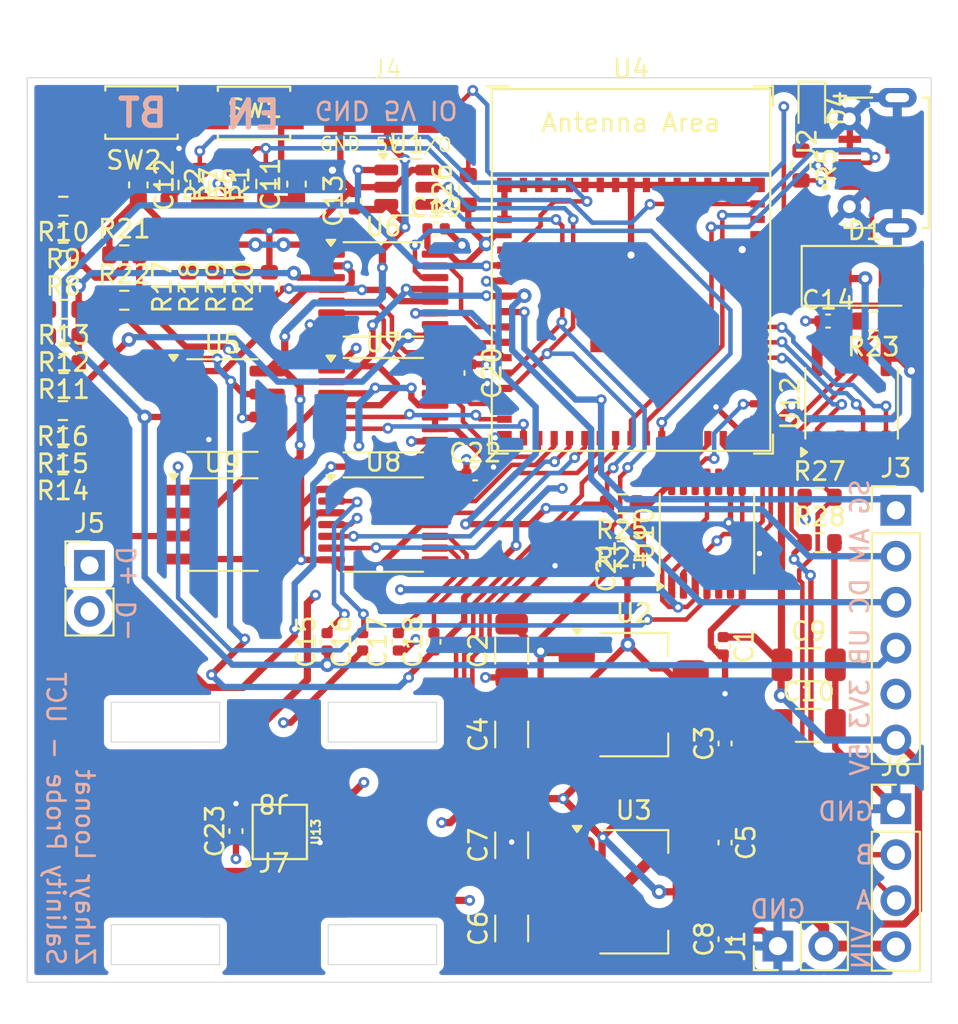
<source format=kicad_pcb>
(kicad_pcb (version 20240108) (generator "pcbnew") (generator_version "8.0")
  (title_block (title "Probe PCB") (date "2025-08-19") (rev "V2-0"))
  (layers (0 "F.Cu" signal) (1 "In1.Cu" signal) (2 "In2.Cu" signal) (31 "B.Cu" signal) (34 "B.Paste" user) (35 "F.Paste" user) (36 "B.SilkS" user "B.Silkscreen") (37 "F.SilkS" user "F.Silkscreen") (38 "B.Mask" user) (39 "F.Mask" user) (44 "Edge.Cuts" user))
  (net 0 "")
  (net 1 "5V")
  (net 2 "GND")
  (net 3 "3V3")
  (net 4 "9V")
  (net 5 "Net-(C11-Pad1)")
  (net 6 "Net-(C12-Pad1)")
  (net 7 "C_UBD")
  (net 8 "/UNB_DAC")
  (net 9 "C_DAC")
  (net 10 "/DAC")
  (net 11 "C_AMP")
  (net 12 "/AMP")
  (net 13 "C_SGN")
  (net 14 "/Signal")
  (net 15 "Net-(D1-A)")
  (net 16 "Net-(D4-A)")
  (net 17 "D+")
  (net 18 "D-")
  (net 19 "GPIO42")
  (net 20 "RS485_B-")
  (net 21 "RS485_A+")
  (net 22 "Au+ Shield")
  (net 23 "Net-(J7-Pin_1)")
  (net 24 "Net-(J8-Pin_2)")
  (net 25 "Au- Shield")
  (net 26 "EN")
  (net 27 "GPIO0")
  (net 28 "Net-(U6-NO1)")
  (net 29 "Net-(U6-NO2)")
  (net 30 "Net-(U6-NO3)")
  (net 31 "/Calib")
  (net 32 "Net-(U5B--)")
  (net 33 "SDA")
  (net 34 "SCL")
  (net 35 "SW_R1_100")
  (net 36 "INT")
  (net 38 "SW_Au-_SH+")
  (net 41 "SW_UBD")
  (net 43 "SW_SGN")
  (net 44 "SW_AMP")
  (net 45 "SW_R1_1K")
  (net 46 "SW_Au+_SH-")
  (net 48 "GPIO39")
  (net 50 "SW_Au-_GND")
  (net 51 "SW_Au-")
  (net 52 "SW_Au+_SH+")
  (net 53 "SW_Calib")
  (net 55 "SW_Au+")
  (net 56 "SW_Au+_GND")
  (net 57 "SW_Au-_SH-")
  (net 59 "SW_R1_10K")
  (net 60 "GPIO41")
  (net 61 "GPIO40")
  (net 62 "SW_DAC")
  (net 63 "Net-(U10-COM1)")
  (footprint "Resistor_SMD:R_0603_1608Metric" (layer "F.Cu") (at 145.375 32.3)
    (property "Reference" "R22")
    (property "Value" "10K")
  )
  (footprint "ThesisLib:SHOUHAN_MICROXNJ_Edited" (layer "F.Cu") (at 189.875 24.7 -90)
    (property "Reference" "J2")
    (property "Value" "USB_B_Micro")
  )
  (footprint "Connector_PinHeader_2.54mm:PinHeader_1x02_P2.54mm_Vertical" (layer "F.Cu") (at 181.525 68 90)
    (property "Reference" "J1")
    (property "Value" "PWR")
  )
  (footprint "Capacitor_SMD:C_0603_1608Metric" (layer "F.Cu") (at 154.9 25.875 90)
    (property "Reference" "C11")
    (property "Value" "10uF")
  )
  (footprint "Diode_SMD:D_SMA" (layer "F.Cu") (at 186.35 30.95)
    (property "Reference" "D1")
    (property "Value" "SS34")
  )
  (footprint "Resistor_SMD:R_0603_1608Metric" (layer "F.Cu") (at 153.2 25.875 90)
    (property "Reference" "R1")
    (property "Value" "470")
  )
  (footprint "ThesisLib:SW_TS-1088-AR02016" (layer "F.Cu") (at 152.55 21.95)
    (property "Reference" "SW1")
    (property "Value" "SW_En" (hide yes))
  )
  (footprint "Resistor_SMD:R_0603_1608Metric" (layer "F.Cu") (at 142.025 34.3 180)
    (property "Reference" "R12")
    (property "Value" "3K")
  )
  (footprint "Capacitor_SMD:C_0402_1005Metric" (layer "F.Cu") (at 158.1 26.8 90)
    (property "Reference" "C13")
    (property "Value" "0.1uF")
  )
  (footprint "ThesisLib:CCLGA-7L" (layer "F.Cu") (at 153.975 61.69 -90)
    (property "Reference" "U13")
    (property "Value" "LPS28DFW")
  )
  (footprint "Capacitor_SMD:C_0402_1005Metric" (layer "F.Cu") (at 156.59 51.18 90)
    (property "Reference" "C15")
    (property "Value" "0.1uF")
  )
  (footprint "Resistor_SMD:R_0603_1608Metric" (layer "F.Cu") (at 164.4 26.2 90)
    (property "Reference" "R26")
    (property "Value" "4.7K")
  )
  (footprint "Resistor_SMD:R_0603_1608Metric" (layer "F.Cu") (at 150.4 31.575 90)
    (property "Reference" "R18")
    (property "Value" "20")
  )
  (footprint "Capacitor_SMD:C_0402_1005Metric" (layer "F.Cu") (at 158.56 51.18 90)
    (property "Reference" "C16")
    (property "Value" "0.1uF")
  )
  (footprint "Capacitor_SMD:C_0402_1005Metric" (layer "F.Cu") (at 162.62 28.35)
    (property "Reference" "C19")
    (property "Value" "0.1uF")
  )
  (footprint "Capacitor_SMD:C_0402_1005Metric" (layer "F.Cu") (at 164.78 41.9)
    (property "Reference" "C22")
    (property "Value" "0.1uF")
  )
  (footprint "Capacitor_SMD:C_0402_1005Metric" (layer "F.Cu") (at 178.6 67.62 90)
    (property "Reference" "C8")
    (property "Value" "0.1uF")
  )
  (footprint "Capacitor_SMD:C_0402_1005Metric" (layer "F.Cu") (at 160.53 51.18 90)
    (property "Reference" "C17")
    (property "Value" "0.1uF")
  )
  (footprint "Resistor_SMD:R_0603_1608Metric" (layer "F.Cu") (at 183.825 43.19)
    (property "Reference" "R27")
    (property "Value" "4.7K")
  )
  (footprint "Resistor_SMD:R_0603_1608Metric" (layer "F.Cu") (at 141.975 39.9 180)
    (property "Reference" "R15")
    (property "Value" "30K")
  )
  (footprint "Resistor_SMD:R_0603_1608Metric" (layer "F.Cu") (at 151.9 31.575 90)
    (property "Reference" "R19")
    (property "Value" "20")
  )
  (footprint "Resistor_SMD:R_0603_1608Metric" (layer "F.Cu") (at 141.975 38.4 180)
    (property "Reference" "R16")
    (property "Value" "30K")
  )
  (footprint "ThesisLib:SW_TS-1088-AR02016" (layer "F.Cu") (at 146.325 21.925 180)
    (property "Reference" "SW2")
    (property "Value" "SW_Boot" (hide yes))
  )
  (footprint "Connector_PinHeader_2.54mm:PinHeader_1x02_P2.54mm_Vertical" (layer "F.Cu") (at 143.45 46.96)
    (property "Reference" "J5")
    (property "Value" "Data")
  )
  (footprint "Capacitor_SMD:C_0603_1608Metric" (layer "F.Cu") (at 146.15 25.925 -90)
    (property "Reference" "C12")
    (property "Value" "10uF")
  )
  (footprint "Resistor_SMD:R_0603_1608Metric" (layer "F.Cu") (at 186.8 33.45 180)
    (property "Reference" "R23")
    (property "Value" "120")
  )
  (footprint "Capacitor_SMD:C_0402_1005Metric" (layer "F.Cu") (at 173.2 47 90)
    (property "Reference" "C21")
    (property "Value" "0.1uF")
  )
  (footprint "Connector_PinHeader_2.54mm:PinHeader_1x04_P2.54mm_Vertical" (layer "F.Cu") (at 188.05 60.41)
    (property "Reference" "J6")
    (property "Value" "Inter Board" (hide yes))
  )
  (footprint "Capacitor_SMD:C_1206_3216Metric" (layer "F.Cu") (at 166.8 67.025 90)
    (property "Reference" "C6")
    (property "Value" "22uF")
  )
  (footprint "Package_SO:TSSOP-14_4.4x5mm_P0.65mm" (layer "F.Cu") (at 159.7 38.1)
    (property "Reference" "U7")
    (property "Value" "4xSwitch")
  )
  (footprint "Resistor_SMD:R_0603_1608Metric" (layer "F.Cu") (at 172.9 45.1 180)
    (property "Reference" "R24")
    (property "Value" "4.7K")
  )
  (footprint "ThesisLib:Au_Electrode_edited" (layer "F.Cu") (at 153.65 55.625 180)
    (property "Reference" "J8")
    (property "Value" "Au2")
    (fp_line (start 9 -1.1) (end 9 1.1) (stroke (width 0.05)) (layer "Edge.Cuts"))
    (fp_line (start 3 1.1) (end 9 1.1) (stroke (width 0.05)) (layer "Edge.Cuts"))
    (fp_line (start 3 -1.1) (end 9 -1.1) (stroke (width 0.05)) (layer "Edge.Cuts"))
    (fp_line (start 3 -1.1) (end 3 1.1) (stroke (width 0.05)) (layer "Edge.Cuts"))
    (fp_line (start -3 -1.1) (end -3 1.1) (stroke (width 0.05)) (layer "Edge.Cuts"))
    (fp_line (start -3 -1.1) (end -9 -1.1) (stroke (width 0.05)) (layer "Edge.Cuts"))
    (fp_line (start -9 1.1) (end -3 1.1) (stroke (width 0.05)) (layer "Edge.Cuts"))
    (fp_line (start -9 -1.1) (end -9 1.1) (stroke (width 0.05)) (layer "Edge.Cuts"))
  )
  (footprint "Package_TO_SOT_SMD:SOT-223-3_TabPin2" (layer "F.Cu") (at 173.55 54.1)
    (property "Reference" "U2")
    (property "Value" "AMS1117-3.3")
  )
  (footprint "PCM_Espressif:ESP32-S2-MINI-1" (layer "F.Cu") (at 173.4 32.925)
    (property "Reference" "U4")
    (property "Value" "ESP32-S2-MINI-1")
  )
  (footprint "Package_SO:TSSOP-14_4.4x5mm_P0.65mm" (layer "F.Cu") (at 159.7 31.7)
    (property "Reference" "U6")
    (property "Value" "4xSwitch")
  )
  (footprint "Capacitor_SMD:C_0402_1005Metric" (layer "F.Cu") (at 164.55 36.32 -90)
    (property "Reference" "C20")
    (property "Value" "0.1uF")
  )
  (footprint "Package_TO_SOT_SMD:SOT-23-6" (layer "F.Cu") (at 161 26.05)
    (property "Reference" "U1")
    (property "Value" "MCP4725xxx-xCH")
  )
  (footprint "Capacitor_SMD:C_1206_3216Metric" (layer "F.Cu") (at 166.8 62.425 90)
    (property "Reference" "C7")
    (property "Value" "22uF")
  )
  (footprint "Capacitor_SMD:C_0402_1005Metric" (layer "F.Cu") (at 162.5 51.18 90)
    (property "Reference" "C18")
    (property "Value" "0.1uF")
  )
  (footprint "Capacitor_SMD:C_0402_1005Metric" (layer "F.Cu") (at 178.5 51.4 -90)
    (property "Reference" "C1")
    (property "Value" "0.1uF")
  )
  (footprint "Resistor_SMD:R_0603_1608Metric" (layer "F.Cu") (at 142 27.1 180)
    (property "Reference" "R10")
    (property "Value" "300")
  )
  (footprint "Resistor_SMD:R_0603_1608Metric" (layer "F.Cu") (at 145.375 29.79)
    (property "Reference" "R21")
    (property "Value" "1K")
  )
  (footprint "Capacitor_SMD:C_1206_3216Metric" (layer "F.Cu") (at 183.225 55.8)
    (property "Reference" "C10")
    (property "Value" "22uF")
  )
  (footprint "Resistor_SMD:R_0603_1608Metric" (layer "F.Cu") (at 147.85 25.925 -90)
    (property "Reference" "R2")
    (property "Value" "470")
  )
  (footprint "Capacitor_SMD:C_1206_3216Metric" (layer "F.Cu") (at 183.225 52.45)
    (property "Reference" "C9")
    (property "Value" "22uF")
  )
  (footprint "Resistor_SMD:R_0603_1608Metric" (layer "F.Cu") (at 151.5 25.9 90)
    (property "Reference" "R7")
    (property "Value" "10K")
  )
  (footprint "Resistor_SMD:R_0603_1608Metric" (layer "F.Cu") (at 142 30.1 180)
    (property "Reference" "R8")
    (property "Value" "300")
  )
  (footprint "Resistor_SMD:R_0603_1608Metric" (layer "F.Cu") (at 172.9 43.55 180)
    (property "Reference" "R25")
    (property "Value" "4.7K")
  )
  (footprint "Package_SO:SOIC-8_3.9x4.9mm_P1.27mm" (layer "F.Cu") (at 185.6 38 90)
    (property "Reference" "U12")
    (property "Value" "SP3485EN")
  )
  (footprint "ThesisLib:3-Wire Solder Pads" (layer "F.Cu") (at 159.9 23.55)
    (property "Reference" "J4")
    (property "Value" "Temp_Pads")
  )
  (footprint "Resistor_SMD:R_0603_1608Metric" (layer "F.Cu") (at 142.025 32.8 180)
    (property "Reference" "R13")
    (property "Value" "3K")
  )
  (footprint "Resistor_SMD:R_0603_1608Metric" (layer "F.Cu") (at 153.4 31.575 90)
    (property "Reference" "R20")
    (property "Value" "20")
  )
  (footprint "Package_SO:SOIC-8_3.9x4.9mm_P1.27mm" (layer "F.Cu") (at 150.8 44.7)
    (property "Reference" "U9")
    (property "Value" "LM358")
  )
  (footprint "Resistor_SMD:R_0603_1608Metric" (layer "F.Cu") (at 142.025 35.8 180)
    (property "Reference" "R11")
    (property "Value" "3K")
  )
  (footprint "Capacitor_SMD:C_0402_1005Metric" (layer "F.Cu") (at 178.6 62.28 -90)
    (property "Reference" "C5")
    (property "Value" "0.1uF")
  )
  (footprint "Resistor_SMD:R_0603_1608Metric" (layer "F.Cu") (at 141.975 41.4 180)
    (property "Reference" "R14")
    (property "Value" "30K")
  )
  (footprint "Resistor_SMD:R_0603_1608Metric" (layer "F.Cu") (at 148.9 31.575 90)
    (property "Reference" "R17")
    (property "Value" "20")
  )
  (footprint "Connector_PinHeader_2.54mm:PinHeader_1x06_P2.54mm_Vertical" (layer "F.Cu") (at 188.05 43.91)
    (property "Reference" "J3")
    (property "Value" "TP")
  )
  (footprint "Package_SO:SOIC-8_3.9x4.9mm_P1.27mm" (layer "F.Cu") (at 150.8 38.12)
    (property "Reference" "U5")
    (property "Value" "LM358")
  )
  (footprint "Package_SO:TSSOP-14_4.4x5mm_P0.65mm" (layer "F.Cu") (at 159.7 44.7)
    (property "Reference" "U8")
    (property "Value" "4xSwitch")
  )
  (footprint "Resistor_SMD:R_0603_1608Metric" (layer "F.Cu") (at 183.825 45.7)
    (property "Reference" "R28")
    (property "Value" "4.7K")
  )
  (footprint "Capacitor_SMD:C_0402_1005Metric" (layer "F.Cu") (at 151.55 61.645 90)
    (property "Reference" "C23")
    (property "Value" "0.1uF")
  )
  (footprint "Resistor_SMD:R_0603_1608Metric" (layer "F.Cu") (at 149.55 25.925 -90)
    (property "Reference" "R6")
    (property "Value" "10K")
  )
  (footprint "Package_TO_SOT_SMD:SOT-223-3_TabPin2" (layer "F.Cu") (at 173.55 65)
    (property "Reference" "U3")
    (property "Value" "AMS1117-5.0")
  )
  (footprint "Capacitor_SMD:C_0402_1005Metric" (layer "F.Cu") (at 184.3 33.45)
    (property "Reference" "C14")
    (property "Value" "0.1uF")
  )
  (footprint "ThesisLib:Au_Electrode_edited" (layer "F.Cu") (at 153.65 67.925)
    (property "Reference" "J7")
    (property "Value" "Au1")
    (fp_line (start -9 -1.1) (end -9 1.1) (stroke (width 0.05)) (layer "Edge.Cuts"))
    (fp_line (start -9 1.1) (end -3 1.1) (stroke (width 0.05)) (layer "Edge.Cuts"))
    (fp_line (start -3 -1.1) (end -9 -1.1) (stroke (width 0.05)) (layer "Edge.Cuts"))
    (fp_line (start -3 -1.1) (end -3 1.1) (stroke (width 0.05)) (layer "Edge.Cuts"))
    (fp_line (start 3 -1.1) (end 3 1.1) (stroke (width 0.05)) (layer "Edge.Cuts"))
    (fp_line (start 3 -1.1) (end 9 -1.1) (stroke (width 0.05)) (layer "Edge.Cuts"))
    (fp_line (start 3 1.1) (end 9 1.1) (stroke (width 0.05)) (layer "Edge.Cuts"))
    (fp_line (start 9 -1.1) (end 9 1.1) (stroke (width 0.05)) (layer "Edge.Cuts"))
  )
  (footprint "LED_SMD:LED_0603_1608Metric" (layer "F.Cu") (at 183.4 21.7 -90)
    (property "Reference" "D4")
    (property "Value" "LED")
  )
  (footprint "Resistor_SMD:R_0603_1608Metric" (layer "F.Cu") (at 182.8 24.85 -90)
    (property "Reference" "R5")
    (property "Value" "1K")
  )
  (footprint "Capacitor_SMD:C_0402_1005Metric" (layer "F.Cu") (at 178.6 56.8 90)
    (property "Reference" "C3")
    (property "Value" "0.1uF")
  )
  (footprint "Package_SO:TSSOP-14_4.4x5mm_P0.65mm" (layer "F.Cu") (at 177.6 45.2 90)
    (property "Reference" "U10")
    (property "Value" "4xSwitch")
  )
  (footprint "Capacitor_SMD:C_1206_3216Metric" (layer "F.Cu") (at 166.8 51.675 90)
    (property "Reference" "C2")
    (property "Value" "22uF")
  )
  (footprint "Resistor_SMD:R_0603_1608Metric" (layer "F.Cu") (at 142 28.6 180)
    (property "Reference" "R9")
    (property "Value" "300")
  )
  (footprint "Capacitor_SMD:C_1206_3216Metric" (layer "F.Cu") (at 166.8 56.3 90)
    (property "Reference" "C4")
    (property "Value" "22uF")
  )
  (gr_rect (start 140 20) (end 190 70) (stroke (width 0.05)) (fill none) (layer "Edge.Cuts"))
  (gr_text "SG AM DC UB 3V3 5V" (at 186.65 42.1 90) (layer "B.SilkS") (effects (font (size 1 1)) (justify left bottom mirror)))
  (gr_text "A" (at 186.8 66.05 0) (layer "B.SilkS") (effects (font (size 1 1)) (justify left bottom mirror)))
  (gr_text "EN" (at 154.15 22.925 0) (layer "B.SilkS") (effects (font (size 1.5 1.5) (thickness 0.3) (bold yes)) (justify left bottom mirror)))
  (gr_text "GND 5V IO" (at 155.8 21.2 180) (layer "B.SilkS") (effects (font (size 1 1)) (justify left bottom mirror)))
  (gr_text "VIN" (at 186.75 66.8 90) (layer "B.SilkS") (effects (font (size 1 1) (thickness 0.15) (bold yes)) (justify left bottom mirror)))
  (gr_text "BT" (at 147.9 22.825 0) (layer "B.SilkS") (effects (font (size 1.5 1.5) (thickness 0.3) (bold yes)) (justify left bottom mirror)))
  (gr_text "B" (at 186.9 63.55 0) (layer "B.SilkS") (effects (font (size 1 1)) (justify left bottom mirror)))
  (gr_text "Zuhayr Loonat\nSalinity Probe - UCT" (at 141 69.15 -90) (layer "B.SilkS") (effects (font (size 1 1)) (justify left bottom mirror)))
  (gr_text "GND" (at 186.9 61.15 0) (layer "B.SilkS") (effects (font (size 1 1)) (justify left bottom mirror)))
  (gr_text "GND" (at 183.15 66.55 0) (layer "B.SilkS") (effects (font (size 1 1)) (justify left bottom mirror)))
  (gr_text "D+ D-" (at 146.1 45.8 90) (layer "B.SilkS") (effects (font (size 1 1)) (justify left bottom mirror)))
  (segment (start 160.9 28.25) (end 160.9 28.0375) (width 0.4) (layer "F.Cu") (net 1))
  (segment (start 163.4 61.175) (end 162.925 61.175) (width 0.4) (layer "F.Cu") (net 1))
  (segment (start 159.5825 27.28) (end 159.8625 27) (width 0.4) (layer "F.Cu") (net 1))
  (segment (start 180.22 50.92) (end 178.5 50.92) (width 0.4) (layer "F.Cu") (net 1))
  (segment (start 181.7 52.5) (end 181.75 52.45) (width 0.4) (layer "F.Cu") (net 1))
  (segment (start 154.25 34.3) (end 154.25 35.24) (width 0.4) (layer "F.Cu") (net 1))
  (segment (start 177.9 68.1) (end 178.6 68.1) (width 0.4) (layer "F.Cu") (net 1))
  (segment (start 155.1 37.065001) (end 155.1 37.8) (width 0.4) (layer "F.Cu") (net 1))
  (segment (start 181.71956 38.720134) (end 182.294847 38.144847) (width 0.4) (layer "F.Cu") (net 1))
  (segment (start 176.7 65) (end 176.7 66.9) (width 0.4) (layer "F.Cu") (net 1))
  (segment (start 155.1 40.3) (end 155.1 40.97) (width 0.4) (layer "F.Cu") (net 1))
  (segment (start 179.35 61.1) (end 172.703984 61.1) (width 0.4) (layer "F.Cu") (net 1))
  (segment (start 169.646016 59.85) (end 165.998834 59.85) (width 0.4) (layer "F.Cu") (net 1))
  (segment (start 181.7 54.15) (end 181.7 52.5) (width 0.4) (layer "F.Cu") (net 1))
  (segment (start 188.527767 66.78) (end 185.03 66.78) (width 0.4) (layer "F.Cu") (net 1))
  (segment (start 159.65 29.5) (end 159.65 30.5) (width 0.4) (layer "F.Cu") (net 1))
  (segment (start 171.8 63.6) (end 171.8 62.003984) (width 0.4) (layer "F.Cu") (net 1))
  (segment (start 165.45 62.55) (end 166.8 63.9) (width 0.4) (layer "F.Cu") (net 1))
  (segment (start 158.1 27.28) (end 159.5825 27.28) (width 0.4) (layer "F.Cu") (net 1))
  (segment (start 176.7 66.9) (end 177.9 68.1) (width 0.4) (layer "F.Cu") (net 1))
  (segment (start 165.998834 59.85) (end 165.45 60.398834) (width 0.4) (layer "F.Cu") (net 1))
  (segment (start 159.925 21.625) (end 159.925 23.55) (width 0.4) (layer "F.Cu") (net 1))
  (segment (start 172.703984 61.1) (end 171.8 62.003984) (width 0.4) (layer "F.Cu") (net 1))
  (segment (start 165.45 60.398834) (end 165.45 62.55) (width 0.4) (layer "F.Cu") (net 1))
  (segment (start 154.25 35.24) (end 153.275 36.215) (width 0.4) (layer "F.Cu") (net 1))
  (segment (start 186.35 31.1) (end 184.5 31.1) (width 0.4) (layer "F.Cu") (net 1))
  (segment (start 170.4 56.4) (end 170.4 59.096016) (width 0.4) (layer "F.Cu") (net 1))
  (segment (start 171.824989 62.003984) (end 171.836434 61.992539) (width 0.4) (layer "F.Cu") (net 1))
  (segment (start 166.8 57.775) (end 168.175 56.4) (width 0.4) (layer "F.Cu") (net 1))
  (segment (start 154.249999 36.215) (end 155.1 37.065001) (width 0.4) (layer "F.Cu") (net 1))
  (segment (start 176.7 65) (end 174.95 65) (width 0.4) (layer "F.Cu") (net 1))
  (segment (start 166.8 57.775) (end 163.4 61.175) (width 0.4) (layer "F.Cu") (net 1))
  (segment (start 181.75 52.45) (end 181.71956 52.41956) (width 0.4) (layer "F.Cu") (net 1))
  (segment (start 189.3 66.007767) (end 188.527767 66.78) (width 0.4) (layer "F.Cu") (net 1))
  (segment (start 184.65 30.85) (end 184.4 30.6) (width 0.4) (layer "F.Cu") (net 1))
  (segment (start 184.5 30.85) (end 184.35 30.7) (width 0.4) (layer "F.Cu") (net 1))
  (segment (start 171.8 62.003984) (end 169.646016 59.85) (width 0.4) (layer "F.Cu") (net 1))
  (segment (start 170.4 59.096016) (end 169.646016 59.85) (width 0.4) (layer "F.Cu") (net 1))
  (segment (start 155.1 40.97) (end 153.275 42.795) (width 0.4) (layer "F.Cu") (net 1))
  (segment (start 171.8 62.003984) (end 171.824989 62.003984) (width 0.4) (layer "F.Cu") (net 1))
  (segment (start 181.75 52.45) (end 180.22 50.92) (width 0.4) (layer "F.Cu") (net 1))
  (segment (start 160.9 28.25) (end 159.65 29.5) (width 0.4) (layer "F.Cu") (net 1))
  (segment (start 170.4 65) (end 171.8 63.6) (width 0.4) (layer "F.Cu") (net 1))
  (segment (start 168.175 56.4) (end 170.4 56.4) (width 0.4) (layer "F.Cu") (net 1))
  (segment (start 181.71956 52.41956) (end 181.71956 38.720134) (width 0.4) (layer "F.Cu") (net 1))
  (segment (start 188.05 56.61) (end 189.3 57.86) (width 0.4) (layer "F.Cu") (net 1))
  (segment (start 160.9 28.0375) (end 159.8625 27) (width 0.4) (layer "F.Cu") (net 1))
  (segment (start 185.03 66.78) (end 179.35 61.1) (width 0.4) (layer "F.Cu") (net 1))
  (segment (start 189.3 57.86) (end 189.3 66.007767) (width 0.4) (layer "F.Cu") (net 1))
  (segment (start 153.275 36.215) (end 154.249999 36.215) (width 0.4) (layer "F.Cu") (net 1))
  (segment (start 159.925 23.55) (end 160.9 24.525) (width 0.4) (layer "F.Cu") (net 1))
  (via (at 169.646016 59.85) (size 0.6) (drill 0.3) (layers "F.Cu" "B.Cu") (net 1))
  (via (at 155.1 37.8) (size 0.6) (drill 0.3) (layers "F.Cu" "B.Cu") (net 1))
  (via (at 162.925 61.175) (size 0.6) (drill 0.3) (layers "F.Cu" "B.Cu") (net 1))
  (via (at 154.25 34.3) (size 0.6) (drill 0.3) (layers "F.Cu" "B.Cu") (net 1))
  (via (at 181.7 54.15) (size 0.8) (drill 0.4) (layers "F.Cu" "B.Cu") (net 1))
  (via (at 155.1 40.3) (size 0.6) (drill 0.3) (layers "F.Cu" "B.Cu") (net 1))
  (via (at 159.65 30.5) (size 0.6) (drill 0.3) (layers "F.Cu" "B.Cu") (net 1))
  (via (at 160.9 24.525) (size 0.6) (drill 0.3) (layers "F.Cu" "B.Cu") (net 1))
  (via (at 160.9 28.25) (size 0.6) (drill 0.3) (layers "F.Cu" "B.Cu") (net 1))
  (via (at 186.35 31.1) (size 0.8) (drill 0.4) (layers "F.Cu" "B.Cu") (net 1))
  (via (at 174.95 65) (size 0.8) (drill 0.4) (layers "F.Cu" "B.Cu") (net 1))
  (via (at 182.294847 38.144847) (size 0.8) (drill 0.4) (layers "F.Cu" "B.Cu") (net 1))
  (via (at 171.836434 61.992539) (size 0.6) (drill 0.3) (layers "F.Cu" "B.Cu") (net 1))
  (segment (start 186.35 34.75) (end 186.35 31.1) (width 0.4) (layer "B.Cu") (net 1))
  (segment (start 159.325544 32.45) (end 155.86005 32.45) (width 0.4) (layer "B.Cu") (net 1))
  (segment (start 154.25 34.06005) (end 154.25 34.3) (width 0.4) (layer "B.Cu") (net 1))
  (segment (start 174.95 65) (end 174.843895 65) (width 0.4) (layer "B.Cu") (net 1))
  (segment (start 160.9 24.525) (end 160.9 28.25) (width 0.4) (layer "B.Cu") (net 1))
  (segment (start 155.86005 32.45) (end 154.25 34.06005) (width 0.4) (layer "B.Cu") (net 1))
  (segment (start 188.05 56.61) (end 184.16 56.61) (width 0.4) (layer "B.Cu") (net 1))
  (segment (start 184.16 56.61) (end 181.7 54.15) (width 0.4) (layer "B.Cu") (net 1))
  (segment (start 159.65 30.5) (end 159.65 32.125544) (width 0.4) (layer "B.Cu") (net 1))
  (segment (start 183 38.85) (end 187.85 38.85) (width 0.4) (layer "B.Cu") (net 1))
  (segment (start 188.2 36.6) (end 186.35 34.75) (width 0.4) (layer "B.Cu") (net 1))
  (segment (start 174.843895 65) (end 171.836434 61.992539) (width 0.4) (layer "B.Cu") (net 1))
  (segment (start 182.294847 38.144847) (end 183 38.85) (width 0.4) (layer "B.Cu") (net 1))
  (segment (start 155.1 37.8) (end 155.1 40.3) (width 0.4) (layer "B.Cu") (net 1))
  (segment (start 159.65 32.125544) (end 159.325544 32.45) (width 0.4) (layer "B.Cu") (net 1))
  (segment (start 188.2 38.5) (end 188.2 36.6) (width 0.4) (layer "B.Cu") (net 1))
  (segment (start 187.85 38.85) (end 188.2 38.5) (width 0.4) (layer "B.Cu") (net 1))
  (segment (start 157.790001 26.32) (end 158.1 26.32) (width 0.35) (layer "F.Cu") (net 2))
  (segment (start 184.7 55.8) (end 184.7 57.06) (width 0.35) (layer "F.Cu") (net 2))
  (segment (start 168.4 51.010001) (end 168.4 51.7) (width 0.35) (layer "F.Cu") (net 2))
  (segment (start 178.9 42.3375) (end 178.9 44.5) (width 0.3) (layer "F.Cu") (net 2))
  (segment (start 155.15 43.65) (end 155.15 44.95) (width 0.35) (layer "F.Cu") (net 2))
  (segment (start 161.8 44.7) (end 159.85 46.65) (width 0.35) (layer "F.Cu") (net 2))
  (segment (start 173.4 32.925) (end 175.05 32.925) (width 0.35) (layer "F.Cu") (net 2))
  (segment (start 155.15 44.95) (end 155.15 46.65) (width 0.35) (layer "F.Cu") (net 2))
  (segment (start 185.5 24.05) (end 185.5 22.3) (width 0.35) (layer "F.Cu") (net 2))
  (segment (start 156.19 62.265) (end 156.2 62.275) (width 0.35) (layer "F.Cu") (net 2))
  (segment (start 144.55 29.79) (end 144.55 28.3) (width 0.35) (layer "F.Cu") (net 2))
  (segment (start 148.325 40.025) (end 150.025 40.025) (width 0.35) (layer "F.Cu") (net 2))
  (segment (start 162.0625 47.15) (end 159.5 47.15) (width 0.35) (layer "F.Cu") (net 2))
  (segment (start 178.9 44.5) (end 178.8 44.6) (width 0.3) (layer "F.Cu") (net 2))
  (segment (start 184.7 57.06) (end 188.05 60.41) (width 0.35) (layer "F.Cu") (net 2))
  (segment (start 188.15 28.075) (end 188.125 28.1) (width 0.35) (layer "F.Cu") (net 2))
  (segment (start 151.55 60.175) (end 151.55 60.125) (width 0.35) (layer "F.Cu") (net 2))
  (segment (start 156.075478 44.05) (end 155.175478 44.95) (width 0.35) (layer "F.Cu") (net 2))
  (segment (start 178.25 42.3375) (end 178.9 42.3375) (width 0.3) (layer "F.Cu") (net 2))
  (segment (start 165.35 36.8) (end 165.45 36.9) (width 0.35) (layer "F.Cu") (net 2))
  (segment (start 162.5625 46.65) (end 162.0625 47.15) (width 0.35) (layer "F.Cu") (net 2))
  (segment (start 166.8 49.375) (end 169.2 46.975) (width 0.35) (layer "F.Cu") (net 2))
  (segment (start 177.815 50.559522) (end 177.815 51.415) (width 0.35) (layer "F.Cu") (net 2))
  (segment (start 188.068714 32.6) (end 188.9 33.431286) (width 0.35) (layer "F.Cu") (net 2))
  (segment (start 185.5 22.3) (end 185.475 22.275) (width 0.35) (layer "F.Cu") (net 2))
  (segment (start 164.55 36.8) (end 165.35 36.8) (width 0.35) (layer "F.Cu") (net 2))
  (segment (start 167.55 65.55) (end 170.4 62.7) (width 0.35) (layer "F.Cu") (net 2))
  (segment (start 173.2 46.52) (end 172.890001 46.52) (width 0.35) (layer "F.Cu") (net 2))
  (segment (start 185.320001 32.6) (end 188.068714 32.6) (width 0.35) (layer "F.Cu") (net 2))
  (segment (start 163.15 28.35) (end 164.05 29.25) (width 0.35) (layer "F.Cu") (net 2))
  (segment (start 179.55 48.0625) (end 179.55 48.824522) (width 0.35) (layer "F.Cu") (net 2))
  (segment (start 166.8 54.825) (end 167.7 54.825) (width 0.35) (layer "F.Cu") (net 2))
  (segment (start 158.37 26.05) (end 158.1 26.32) (width 0.35) (layer "F.Cu") (net 2))
  (segment (start 155.15 46.65) (end 153.32 46.65) (width 0.35) (layer "F.Cu") (net 2))
  (segment (start 178.28 51.88) (end 178.5 51.88) (width 0.35) (layer "F.Cu") (net 2))
  (segment (start 148.4 21.925) (end 148.4 23.9) (width 0.35) (layer "F.Cu") (net 2))
  (segment (start 179.55 48.824522) (end 177.815 50.559522) (width 0.35) (layer "F.Cu") (net 2))
  (segment (start 170.4 51.8) (end 168.4 51.8) (width 0.35) (layer "F.Cu") (net 2))
  (segment (start 168.4 51.8) (end 166.8 50.2) (width 0.35) (layer "F.Cu") (net 2))
  (segment (start 156.8375 44.05) (end 156.075478 44.05) (width 0.35) (layer "F.Cu") (net 2))
  (segment (start 150.025 40.025) (end 150.05 40) (width 0.35) (layer "F.Cu") (net 2))
  (segment (start 154.9 25.1) (end 156.88 25.1) (width 0.35) (layer "F.Cu") (net 2))
  (segment (start 171.75 31.275) (end 171.75 34.575) (width 0.35) (layer "F.Cu") (net 2))
  (segment (start 163.1 28.35) (end 163.15 28.35) (width 0.35) (layer "F.Cu") (net 2))
  (segment (start 188.2 20.825) (end 188.175 20.8) (width 0.35) (layer "F.Cu") (net 2))
  (segment (start 150.475 21.95) (end 148.425 21.95) (width 0.35) (layer "F.Cu") (net 2))
  (segment (start 179.35 39.925) (end 179.35 39.45) (width 0.3) (layer "F.Cu") (net 2))
  (segment (start 156.8375 42.75) (end 156.075478 42.75) (width 0.35) (layer "F.Cu") (net 2))
  (segment (start 175.05 34.575) (end 175.05 31.275) (width 0.35) (layer "F.Cu") (net 2))
  (segment (start 180.4 29.525) (end 179.575 29.525) (width 0.35) (layer "F.Cu") (net 2))
  (segment (start 168.65 60.95) (end 170.4 62.7) (width 0.35) (layer "F.Cu") (net 2))
  (segment (start 178.6 67.14) (end 178.6 62.76) (width 0.35) (layer "F.Cu") (net 2))
  (segment (start 151.55 61.165) (end 151.55 60.175) (width 0.35) (layer "F.Cu") (net 2))
  (segment (start 184.65 52.4) (end 184.7 52.45) (width 0.35) (layer "F.Cu") (net 2))
  (segment (start 156.8375 40.05) (end 155.15 41.7375) (width 0.35) (layer "F.Cu") (net 2))
  (segment (start 166.4 25.925) (end 180.4 25.925) (width 0.35) (layer "F.Cu") (net 2))
  (segment (start 157.3375 47.15) (end 156.8375 46.65) (width 0.35) (layer "F.Cu") (net 2))
  (segment (start 184.65 45.7) (end 184.65 52.4) (width 0.35) (layer "F.Cu") (net 2))
  (segment (start 173.4 34.575) (end 171.75 34.575) (width 0.35) (layer "F.Cu") (net 2))
  (segment (start 144.55 28.3) (end 146.15 26.7) (width 0.35) (layer "F.Cu") (net 2))
  (segment (start 166.4 27.825) (end 166.4 26.975) (width 0.35) (layer "F.Cu") (net 2))
  (segment (start 156.88 25.1) (end 157.325 24.655) (width 0.35) (layer "F.Cu") (net 2))
  (segment (start 180.4 28.675) (end 180.4 29.525) (width 0.35) (layer "F.Cu") (net 2))
  (segment (start 156.8375 46.65) (end 155.15 46.65) (width 0.35) (layer "F.Cu") (net 2))
  (segment (start 156.89 25.11) (end 158.1 26.32) (width 0.35) (layer "F.Cu") (net 2))
  (segment (start 153.975 61.69) (end 153.4 61.115) (width 0.35) (layer "F.Cu") (net 2))
  (segment (start 166.8 65.55) (end 167.55 65.55) (width 0.35) (layer "F.Cu") (net 2))
  (segment (start 178.6 51.98) (end 178.5 51.88) (width 0.35) (layer "F.Cu") (net 2))
  (segment (start 166.8 60.95) (end 168.65 60.95) (width 0.35) (layer "F.Cu") (net 2))
  (segment (start 179.35 39.925) (end 180.4 39.925) (width 0.3) (layer "F.Cu") (net 2))
  (segment (start 167.7 54.825) (end 168.4 54.125) (width 0.35) (layer "F.Cu") (net 2))
  (segment (start 153.275 45.335) (end 153.275 46.605) (width 0.35) (layer "F.Cu") (net 2))
  (segment (start 172.890001 46.52) (end 168.4 51.010001) (width 0.35) (layer "F.Cu") (net 2))
  (segment (start 165.883883 39.899999) (end 166.374999 39.899999) (width 0.35) (layer "F.Cu") (net 2))
  (segment (start 183.4 20.9125) (end 184.1125 20.9125) (width 0.35) (layer "F.Cu") (net 2))
  (segment (start 161.271618 25.1) (end 160.321618 26.05) (width 0.35) (layer "F.Cu") (net 2))
  (segment (start 156.075478 42.75) (end 155.175478 43.65) (width 0.35) (layer "F.Cu") (net 2))
  (segment (start 155.15 41.7375) (end 155.15 42.35) (width 0.35) (layer "F.Cu") (net 2))
  (segment (start 178.6 56.32) (end 178.6 51.98) (width 0.35) (layer "F.Cu") (net 2))
  (segment (start 153.32 46.65) (end 153.275 46.605) (width 0.35) (layer "F.Cu") (net 2))
  (segment (start 180.665 67.14) (end 181.525 68) (width 0.35) (layer "F.Cu") (net 2))
  (segment (start 157.325 24.655) (end 157.325 21.575) (width 0.35) (layer "F.Cu") (net 2))
  (segment (start 156.8375 33.65) (end 155.65 33.65) (width 0.35) (layer "F.Cu") (net 2))
  (segment (start 162.5625 38.75) (end 162.5625 39.4) (width 0.35) (layer "F.Cu") (net 2))
  (segment (start 159.85 46.65) (end 159.35 47.15) (width 0.35) (layer "F.Cu") (net 2))
  (segment (start 155.660001 28.45) (end 157.790001 26.32) (width 0.35) (layer "F.Cu") (net 2))
  (segment (start 165.416116 41.9) (end 165.795348 41.520768) (width 0.35) (layer "F.Cu") (net 2))
  (segment (start 148.425 21.95) (end 148.4 21.925) (width 0.35) (layer "F.Cu") (net 2))
  (segment (start 159.5 47.15) (end 159.35 47.15) (width 0.35) (layer "F.Cu") (net 2))
  (segment (start 146.15 26.7) (end 147.9 28.45) (width 0.35) (layer "F.Cu") (net 2))
  (segment (start 166.8 60.95) (end 166.8 62.25) (width 0.35) (layer "F.Cu") (net 2))
  (segment (start 179.35 39.45) (end 178.1 38.2) (width 0.3) (layer "F.Cu") (net 2))
  (segment (start 188.2 27.975) (end 188.175 28) (width 0.35) (layer "F.Cu") (net 2))
  (segment (start 148.9 30.75) (end 153.4 30.75) (width 0.35) (layer "F.Cu") (net 2))
  (segment (start 188.225 35.525) (end 188.9 36.2) (width 0.35) (layer "F.Cu") (net 2))
  (segment (start 162.5625 44.7) (end 161.8 44.7) (width 0.35) (layer "F.Cu") (net 2))
  (segment (start 165.26 41.9) (end 165.416116 41.9) (width 0.35) (layer "F.Cu") (net 2))
  (segment (start 162.5625 39.4) (end 163.67458 39.4) (width 0.35) (layer "F.Cu") (net 2))
  (segment (start 163.67458 39.4) (end 165.795348 41.520768) (width 0.35) (layer "F.Cu") (net 2))
  (segment (start 159.8625 26.05) (end 158.37 26.05) (width 0.35) (layer "F.Cu") (net 2))
  (segment (start 175.05 31.275) (end 171.75 31.275) (width 0.35) (layer "F.Cu") (net 2))
  (segment (start 160.321618 26.05) (end 159.8625 26.05) (width 0.35) (layer "F.Cu") (net 2))
  (segment (start 188.15 23.9) (end 188.15 25.5) (width 0.35) (layer "F.Cu") (net 2))
  (segment (start 188.15 28.275) (end 188.125 28.3) (width 0.35) (layer "F.Cu") (net 2))
  (segment (start 155.1 62.265) (end 156.19 62.265) (width 0.35) (layer "F.Cu") (net 2))
  (segment (start 168.4 51.7) (end 168.4 51.8) (width 0.35) (layer "F.Cu") (net 2))
  (segment (start 152.85 61.115) (end 151.6 61.115) (width 0.35) (layer "F.Cu") (net 2))
  (segment (start 166.8 50.2) (end 166.8 49.375) (width 0.35) (layer "F.Cu") (net 2))
  (segment (start 184.78 33.140001) (end 185.320001 32.6) (width 0.35) (layer "F.Cu") (net 2))
  (segment (start 184.78 33.45) (end 184.78 33.140001) (width 0.35) (layer "F.Cu") (net 2))
  (segment (start 153.975 61.69) (end 154.55 62.265) (width 0.35) (layer "F.Cu") (net 2))
  (segment (start 153.275 46.605) (end 148.325 46.605) (width 0.35) (layer "F.Cu") (net 2))
  (segment (start 153.4 28.45) (end 153.4 30.75) (width 0.35) (layer "F.Cu") (net 2))
  (segment (start 188.15 25.5) (end 188.15 28.275) (width 0.35) (layer "F.Cu") (net 2))
  (segment (start 155.175478 44.95) (end 155.15 44.95) (width 0.35) (layer "F.Cu") (net 2))
  (segment (start 173.4 32.925) (end 171.75 32.925) (width 0.35) (layer "F.Cu") (net 2))
  (segment (start 179.55 48.0625) (end 179.55 47.25) (width 0.35) (layer "F.Cu") (net 2))
  (segment (start 155.15 42.35) (end 155.15 43.65) (width 0.35) (layer "F.Cu") (net 2))
  (segment (start 156.88 25.1) (end 156.89 25.11) (width 0.35) (layer "F.Cu") (net 2))
  (segment (start 159.35 47.15) (end 157.3375 47.15) (width 0.35) (layer "F.Cu") (net 2))
  (segment (start 184.1125 20.9125) (end 185.475 22.275) (width 0.35) (layer "F.Cu") (net 2))
  (segment (start 179.55 47.25) (end 180.5 46.3) (width 0.35) (layer "F.Cu") (net 2))
  (segment (start 154.55 62.265) (end 155.1 62.265) (width 0.35) (layer "F.Cu") (net 2))
  (segment (start 166.374999 39.899999) (end 166.4 39.925) (width 0.35) (layer "F.Cu") (net 2))
  (segment (start 187.505 35.525) (end 188.225 35.525) (width 0.35) (layer "F.Cu") (net 2))
  (segment (start 179.575 29.525) (end 179.55 29.5) (width 0.35) (layer "F.Cu") (net 2))
  (segment (start 184.7 52.45) (end 184.7 55.8) (width 0.35) (layer "F.Cu") (net 2))
  (segment (start 155.175478 43.65) (end 155.15 43.65) (width 0.35) (layer "F.Cu") (net 2))
  (segment (start 173.4 34.575) (end 175.05 34.575) (width 0.35) (layer "F.Cu") (net 2))
  (segment (start 168.4 54.125) (end 168.4 51.8) (width 0.35) (layer "F.Cu") (net 2))
  (segment (start 188.9 33.431286) (end 188.9 36.2) (width 0.35) (layer "F.Cu") (net 2))
  (segment (start 177.815 51.415) (end 178.28 51.88) (width 0.35) (layer "F.Cu") (net 2))
  (segment (start 166.4 26.975) (end 166.4 25.925) (width 0.35) (layer "F.Cu") (net 2))
  (segment (start 173.4 25.925) (end 173.4 31.275) (width 0.35) (layer "F.Cu") (net 2))
  (segment (start 153.4 61.115) (end 152.85 61.115) (width 0.35) (layer "F.Cu") (net 2))
  (segment (start 153.4 28.45) (end 155.660001 28.45) (width 0.35) (layer "F.Cu") (net 2))
  (segment (start 162.1375 25.1) (end 161.271618 25.1) (width 0.35) (layer "F.Cu") (net 2))
  (segment (start 184.65 45.7) (end 184.9 45.7) (width 0.35) (layer "F.Cu") (net 2))
  (segment (start 151.6 61.115) (end 151.55 61.165) (width 0.35) (layer "F.Cu") (net 2))
  (segment (start 178.6 67.14) (end 180.665 67.14) (width 0.35) (layer "F.Cu") (net 2))
  (segment (start 147.9 28.45) (end 153.4 28.45) (width 0.35) (layer "F.Cu") (net 2))
  (via (at 178.8 44.6) (size 0.6) (drill 0.3) (layers "F.Cu" "B.Cu") (net 2))
  (via (at 173.4 29.8) (size 0.8) (drill 0.4) (layers "F.Cu" "B.Cu") (net 2))
  (via (at 179.55 29.5) (size 0.8) (drill 0.4) (layers "F.Cu" "B.Cu") (net 2))
  (via (at 165.795348 41.520768) (size 0.6) (drill 0.3) (layers "F.Cu" "B.Cu") (net 2))
  (via (at 164.05 29.25) (size 0.8) (drill 0.4) (layers "F.Cu" "B.Cu") (net 2))
  (via (at 150.05 40) (size 0.6) (drill 0.3) (layers "F.Cu" "B.Cu") (net 2))
  (via (at 169.2 46.975) (size 0.6) (drill 0.3) (layers "F.Cu" "B.Cu") (net 2))
  (via (at 156.2 62.275) (size 0.6) (drill 0.3) (layers "F.Cu" "B.Cu") (net 2))
  (via (at 155.65 33.65) (size 0.6) (drill 0.3) (layers "F.Cu" "B.Cu") (net 2))
  (via (at 153.4 28.45) (size 0.6) (drill 0.3) (layers "F.Cu" "B.Cu") (net 2))
  (via (at 168.4 51.7) (size 0.8) (drill 0.4) (layers "F.Cu" "B.Cu") (net 2))
  (via (at 156.89 25.11) (size 0.8) (drill 0.4) (layers "F.Cu" "B.Cu") (net 2))
  (via (at 159.5 47.15) (size 0.8) (drill 0.4) (layers "F.Cu" "B.Cu") (net 2))
  (via (at 165.883883 39.899999) (size 0.6) (drill 0.3) (layers "F.Cu" "B.Cu") (net 2))
  (via (at 180.5 46.3) (size 0.6) (drill 0.3) (layers "F.Cu" "B.Cu") (net 2))
  (via (at 166.8 62.25) (size 0.6) (drill 0.3) (layers "F.Cu" "B.Cu") (net 2))
  (via (at 178.6 54.05) (size 0.6) (drill 0.3) (layers "F.Cu" "B.Cu") (net 2))
  (via (at 165.45 36.9) (size 0.6) (drill 0.3) (layers "F.Cu" "B.Cu") (net 2))
  (via (at 188.9 36.2) (size 0.8) (drill 0.4) (layers "F.Cu" "B.Cu") (net 2))
  (via (at 178.1 38.2) (size 0.6) (drill 0.3) (layers "F.Cu" "B.Cu") (net 2))
  (via (at 148.4 23.9) (size 0.6) (drill 0.3) (layers "F.Cu" "B.Cu") (net 2))
  (via (at 151.55 60.125) (size 0.6) (drill 0.3) (layers "F.Cu" "B.Cu") (net 2))
  (via (at 155.15 46.65) (size 0.6) (drill 0.3) (layers "F.Cu" "B.Cu") (net 2))
  (segment (start 183.695 34.305) (end 183.82 34.18) (width 0.35) (layer "F.Cu") (net 3))
  (segment (start 173.2 47.48) (end 173.509999 47.48) (width 0.35) (layer "F.Cu") (net 3))
  (segment (start 180.27 57.28) (end 181.75 55.8) (width 0.35) (layer "F.Cu") (net 3))
  (segment (start 151.425 26.725) (end 150.55 25.85) (width 0.35) (layer "F.Cu") (net 3))
  (segment (start 173.2 47.48) (end 173.2 51.3) (width 0.35) (layer "F.Cu") (net 3))
  (segment (start 174.05 45.425) (end 173.725 45.1) (width 0.35) (layer "F.Cu") (net 3))
  (segment (start 162.14 29.3275) (end 162.5625 29.75) (width 0.35) (layer "F.Cu") (net 3))
  (segment (start 166.8 53.15) (end 165.35 53.15) (width 0.35) (layer "F.Cu") (net 3))
  (segment (start 178.6 57.28) (end 180.27 57.28) (width 0.35) (layer "F.Cu") (net 3))
  (segment (start 151.55 62.125) (end 151.55 63.175) (width 0.35) (layer "F.Cu") (net 3))
  (segment (start 162.5625 36.15) (end 164.24 36.15) (width 0.35) (layer "F.Cu") (net 3))
  (segment (start 176.7 54.1) (end 176.7 56) (width 0.35) (layer "F.Cu") (net 3))
  (segment (start 183.695 35.525) (end 183.695 34.305) (width 0.35) (layer "F.Cu") (net 3))
  (segment (start 163.4125 41.9) (end 162.5625 42.75) (width 0.35) (layer "F.Cu") (net 3))
  (segment (start 164.325 30.25) (end 165.3875 29.1875) (width 0.35) (layer "F.Cu") (net 3))
  (segment (start 173.725 43.55) (end 174.4375 43.55) (width 0.35) (layer "F.Cu") (net 3))
  (segment (start 164.24 36.15) (end 164.55 35.84) (width 0.35) (layer "F.Cu") (net 3))
  (segment (start 173.509999 47.48) (end 174.05 46.939999) (width 0.35) (layer "F.Cu") (net 3))
  (segment (start 174.05 46.939999) (end 174.05 45.425) (width 0.35) (layer "F.Cu") (net 3))
  (segment (start 176.7 54.1) (end 175.25 52.65) (width 0.35) (layer "F.Cu") (net 3))
  (segment (start 152.85 62.265) (end 151.69 62.265) (width 0.35) (layer "F.Cu") (net 3))
  (segment (start 174.4375 43.55) (end 175.65 42.3375) (width 0.35) (layer "F.Cu") (net 3))
  (segment (start 163.857105 30.25) (end 164.325 30.25) (width 0.35) (layer "F.Cu") (net 3))
  (segment (start 176.7 56) (end 177.98 57.28) (width 0.35) (layer "F.Cu") (net 3))
  (segment (start 173.2 51.3) (end 170.4 54.1) (width 0.35) (layer "F.Cu") (net 3))
  (segment (start 164.3 41.9) (end 163.4125 41.9) (width 0.35) (layer "F.Cu") (net 3))
  (segment (start 164.4 27.025) (end 164.4 28.2) (width 0.35) (layer "F.Cu") (net 3))
  (segment (start 151.5 26.725) (end 151.425 26.725) (width 0.35) (layer "F.Cu") (net 3))
  (segment (start 162.5625 29.75) (end 163.357105 29.75) (width 0.35) (layer "F.Cu") (net 3))
  (segment (start 183.82 33.45) (end 183.05 33.45) (width 0.3) (layer "F.Cu") (net 3))
  (segment (start 174.55 52.65) (end 173.225 51.325) (width 0.35) (layer "F.Cu") (net 3))
  (segment (start 165.9 28.675) (end 166.4 28.675) (width 0.35) (layer "F.Cu") (net 3))
  (segment (start 165.3875 29.1875) (end 165.9 28.675) (width 0.35) (layer "F.Cu") (net 3))
  (segment (start 164.3 41.9) (end 164.3 41.1) (width 0.35) (layer "F.Cu") (net 3))
  (segment (start 151.5 26.725) (end 149.575 26.725) (width 0.35) (layer "F.Cu") (net 3))
  (segment (start 183.82 34.18) (end 183.82 33.45) (width 0.35) (layer "F.Cu") (net 3))
  (segment (start 165.38 35.84) (end 165.4 35.86) (width 0.35) (layer "F.Cu") (net 3))
  (segment (start 151.69 62.265) (end 151.55 62.125) (width 0.35) (layer "F.Cu") (net 3))
  (segment (start 173.725 43.55) (end 173.725 45.1) (width 0.35) (layer "F.Cu") (net 3))
  (segment (start 164.55 35.84) (end 165.38 35.84) (width 0.35) (layer "F.Cu") (net 3))
  (segment (start 163.357105 29.75) (end 163.857105 30.25) (width 0.35) (layer "F.Cu") (net 3))
  (segment (start 173.225 51.325) (end 173.2 51.3) (width 0.35) (layer "F.Cu") (net 3))
  (segment (start 149.575 26.725) (end 149.55 26.75) (width 0.35) (layer "F.Cu") (net 3))
  (segment (start 162.14 28.35) (end 162.14 29.3275) (width 0.35) (layer "F.Cu") (net 3))
  (segment (start 183 43.19) (end 183 44.35) (width 0.35) (layer "F.Cu") (net 3))
  (segment (start 183.825 25.675) (end 183.9 25.75) (width 0.25) (layer "F.Cu") (net 3))
  (segment (start 164.4 28.2) (end 165.3875 29.1875) (width 0.35) (layer "F.Cu") (net 3))
  (segment (start 175.25 52.65) (end 174.55 52.65) (width 0.35) (layer "F.Cu") (net 3))
  (segment (start 182.8 25.675) (end 183.825 25.675) (width 0.25) (layer "F.Cu") (net 3))
  (segment (start 183 44.35) (end 183.05 44.4) (width 0.35) (layer "F.Cu") (net 3))
  (segment (start 177.98 57.28) (end 178.6 57.28) (width 0.35) (layer "F.Cu") (net 3))
  (via (at 183.05 44.4) (size 0.6) (drill 0.3) (layers "F.Cu" "B.Cu") (net 3))
  (via (at 183.05 33.45) (size 0.6) (drill 0.3) (layers "F.Cu" "B.Cu") (net 3))
  (via (at 173.225 51.325) (size 0.8) (drill 0.4) (layers "F.Cu" "B.Cu") (net 3))
  (via (at 150.55 25.85) (size 0.6) (drill 0.3) (layers "F.Cu" "B.Cu") (net 3))
  (via (at 151.55 63.175) (size 0.6) (drill 0.3) (layers "F.Cu" "B.Cu") (net 3))
  (via (at 183.9 25.75) (size 0.6) (drill 0.3) (layers "F.Cu" "B.Cu") (net 3))
  (via (at 165.3875 29.1875) (size 0.8) (drill 0.4) (layers "F.Cu" "B.Cu") (net 3))
  (via (at 164.3 41.1) (size 0.6) (drill 0.3) (layers "F.Cu" "B.Cu") (net 3))
  (via (at 165.4 35.86) (size 0.6) (drill 0.3) (layers "F.Cu" "B.Cu") (net 3))
  (via (at 165.35 53.15) (size 0.6) (drill 0.3) (layers "F.Cu" "B.Cu") (net 3))
  (segment (start 168 67.3) (end 166.8 68.5) (width 0.6) (layer "F.Cu") (net 4))
  (segment (start 175.9 61.8) (end 170.4 67.3) (width 0.6) (layer "F.Cu") (net 4))
  (segment (start 184.065 66.955001) (end 184.065 68) (width 0.6) (layer "F.Cu") (net 4))
  (segment (start 178.6 61.8) (end 175.9 61.8) (width 0.6) (layer "F.Cu") (net 4))
  (segment (start 178.6 61.8) (end 178.909999 61.8) (width 0.6) (layer "F.Cu") (net 4))
  (segment (start 188.02 68) (end 188.05 68.03) (width 0.6) (layer "F.Cu") (net 4))
  (segment (start 170.4 67.3) (end 168 67.3) (width 0.6) (layer "F.Cu") (net 4))
  (segment (start 184.065 68) (end 188.02 68) (width 0.6) (layer "F.Cu") (net 4))
  (segment (start 178.909999 61.8) (end 184.065 66.955001) (width 0.6) (layer "F.Cu") (net 4))
  (segment (start 154.625 21.95) (end 154.05 22.525) (width 0.35) (layer "F.Cu") (net 5))
  (segment (start 154.05 25.8) (end 154.9 26.65) (width 0.35) (layer "F.Cu") (net 5))
  (segment (start 153.2 26.7) (end 154.85 26.7) (width 0.35) (layer "F.Cu") (net 5))
  (segment (start 154.85 26.7) (end 154.9 26.65) (width 0.35) (layer "F.Cu") (net 5))
  (segment (start 154.05 22.525) (end 154.05 25.8) (width 0.35) (layer "F.Cu") (net 5))
  (segment (start 144.25 21.925) (end 144.25 23.25) (width 0.35) (layer "F.Cu") (net 6))
  (segment (start 146.2 25.1) (end 146.15 25.15) (width 0.35) (layer "F.Cu") (net 6))
  (segment (start 144.25 23.25) (end 146.15 25.15) (width 0.35) (layer "F.Cu") (net 6))
  (segment (start 147.85 25.1) (end 146.2 25.1) (width 0.35) (layer "F.Cu") (net 6))
  (segment (start 156.59 50.7) (end 156.59 50.61) (width 0.25) (layer "F.Cu") (net 7))
  (segment (start 158.2 43.4) (end 158.25 43.45) (width 0.25) (layer "F.Cu") (net 7))
  (segment (start 156.8375 43.4) (end 158.2 43.4) (width 0.25) (layer "F.Cu") (net 7))
  (segment (start 156.59 50.61) (end 157.55 49.65) (width 0.25) (layer "F.Cu") (net 7))
  (via (at 157.55 49.65) (size 0.6) (drill 0.3) (layers "F.Cu" "B.Cu") (net 7))
  (via (at 158.25 43.45) (size 0.6) (drill 0.3) (layers "F.Cu" "B.Cu") (net 7))
  (segment (start 157.55 49.65) (end 156.975 49.075) (width 0.25) (layer "B.Cu") (net 7))
  (segment (start 156.975 49.075) (end 156.975 44.725) (width 0.25) (layer "B.Cu") (net 7))
  (segment (start 156.975 44.725) (end 158.25 43.45) (width 0.25) (layer "B.Cu") (net 7))
  (segment (start 156.6 52.45) (end 156.6 51.67) (width 0.35) (layer "F.Cu") (net 8))
  (segment (start 146.5 38.75) (end 148.32 38.75) (width 0.35) (layer "F.Cu") (net 8))
  (segment (start 166.4 30.375) (end 165.425 30.375) (width 0.35) (layer "F.Cu") (net 8))
  (segment (start 165.425 30.375) (end 165.4 30.4) (width 0.35) (layer "F.Cu") (net 8))
  (segment (start 158.3 25.1) (end 159.8625 25.1) (width 0.35) (layer "F.Cu") (net 8))
  (segment (start 148.32 38.75) (end 148.325 38.755) (width 0.35) (layer "F.Cu") (net 8))
  (segment (start 156.6 51.67) (end 156.59 51.66) (width 0.35) (layer "F.Cu") (net 8))
  (via (at 156.6 52.45) (size 0.8) (drill 0.4) (layers "F.Cu" "B.Cu") (net 8))
  (via (at 158.3 25.1) (size 0.6) (drill 0.3) (layers "F.Cu" "B.Cu") (net 8))
  (via (at 146.5 38.75) (size 0.8) (drill 0.4) (layers "F.Cu" "B.Cu") (net 8))
  (via (at 165.4 30.4) (size 0.6) (drill 0.3) (layers "F.Cu" "B.Cu") (net 8))
  (segment (start 142.075 31.178984) (end 146.199389 27.054595) (width 0.35) (layer "B.Cu") (net 8))
  (segment (start 142.075 34.325) (end 142.075 31.178984) (width 0.35) (layer "B.Cu") (net 8))
  (segment (start 156.6 52.45) (end 151.35 52.45) (width 0.35) (layer "B.Cu") (net 8))
  (segment (start 158.3 27.054595) (end 158.3 25.1) (width 0.35) (layer "B.Cu") (net 8))
  (segment (start 146.5 47.6) (end 146.5 38.75) (width 0.35) (layer "B.Cu") (net 8))
  (segment (start 146.199389 27.054595) (end 158.3 27.054595) (width 0.35) (layer "B.Cu") (net 8))
  (segment (start 187.105 52.475) (end 156.625 52.475) (width 0.35) (layer "B.Cu") (net 8))
  (segment (start 161.645405 30.4) (end 158.3 27.054595) (width 0.35) (layer "B.Cu") (net 8))
  (segment (start 165.4 30.4) (end 161.645405 30.4) (width 0.35) (layer "B.Cu") (net 8))
  (segment (start 188.05 51.53) (end 187.105 52.475) (width 0.35) (layer "B.Cu") (net 8))
  (segment (start 151.35 52.45) (end 146.5 47.6) (width 0.35) (layer "B.Cu") (net 8))
  (segment (start 156.625 52.475) (end 156.6 52.45) (width 0.35) (layer "B.Cu") (net 8))
  (segment (start 146.5 38.75) (end 142.075 34.325) (width 0.35) (layer "B.Cu") (net 8))
  (segment (start 157.9 44.7) (end 158.25 44.35) (width 0.25) (layer "F.Cu") (net 9))
  (segment (start 158.6 49.65) (end 158.6 50.66) (width 0.25) (layer "F.Cu") (net 9))
  (segment (start 158.6 50.66) (end 158.56 50.7) (width 0.25) (layer "F.Cu") (net 9))
  (segment (start 156.8375 44.7) (end 157.9 44.7) (width 0.25) (layer "F.Cu") (net 9))
  (via (at 158.6 49.65) (size 0.6) (drill 0.3) (layers "F.Cu" "B.Cu") (net 9))
  (via (at 158.25 44.35) (size 0.6) (drill 0.3) (layers "F.Cu" "B.Cu") (net 9))
  (segment (start 158.166116 44.35) (end 157.425 45.091116) (width 0.25) (layer "B.Cu") (net 9))
  (segment (start 158.25 44.35) (end 158.166116 44.35) (width 0.25) (layer "B.Cu") (net 9))
  (segment (start 157.425 45.091116) (end 157.425 48.475) (width 0.25) (layer "B.Cu") (net 9))
  (segment (start 157.425 48.475) (end 158.6 49.65) (width 0.25) (layer "B.Cu") (net 9))
  (segment (start 154.57 55.65) (end 154.175 55.65) (width 0.35) (layer "F.Cu") (net 10))
  (segment (start 166.4 31.225) (end 165.425 31.225) (width 0.35) (layer "F.Cu") (net 10))
  (segment (start 165.425 31.225) (end 165.4 31.25) (width 0.35) (layer "F.Cu") (net 10))
  (segment (start 157.599523 30.399999) (end 157.599522 30.4) (width 0.35) (layer "F.Cu") (net 10))
  (segment (start 157.599522 31.7) (end 156.8375 31.7) (width 0.35) (layer "F.Cu") (net 10))
  (segment (start 148.325 36.215) (end 150.878714 36.215) (width 0.35) (layer "F.Cu") (net 10))
  (segment (start 157.95 31.349522) (end 157.599522 31.7) (width 0.35) (layer "F.Cu") (net 10))
  (segment (start 150.878714 36.215) (end 155.393714 31.7) (width 0.35) (layer "F.Cu") (net 10))
  (segment (start 161.480071 33.024999) (end 162.537501 33.024999) (width 0.35) (layer "F.Cu") (net 10))
  (segment (start 156.8375 30.4) (end 157.599522 30.4) (width 0.35) (layer "F.Cu") (net 10))
  (segment (start 157.95 30.750478) (end 157.95 31.349522) (width 0.35) (layer "F.Cu") (net 10))
  (segment (start 167.825 44.675) (end 164.25 44.675) (width 0.35) (layer "F.Cu") (net 10))
  (segment (start 157.719553 30.399999) (end 157.599523 30.399999) (width 0.35) (layer "F.Cu") (net 10))
  (segment (start 158.56 51.66) (end 158.49 51.66) (width 0.35) (layer "F.Cu") (net 10))
  (segment (start 148.325 37.485) (end 148.325 36.215) (width 0.35) (layer "F.Cu") (net 10))
  (segment (start 162.537501 33.024999) (end 162.5625 33) (width 0.35) (layer "F.Cu") (net 10))
  (segment (start 157.599522 30.4) (end 157.95 30.750478) (width 0.35) (layer "F.Cu") (net 10))
  (segment (start 168.7 43.8) (end 167.825 44.675) (width 0.35) (layer "F.Cu") (net 10))
  (segment (start 158.56 51.66) (end 154.57 55.65) (width 0.35) (layer "F.Cu") (net 10))
  (segment (start 155.393714 31.7) (end 156.8375 31.7) (width 0.35) (layer "F.Cu") (net 10))
  (via (at 168.7 43.8) (size 0.6) (drill 0.3) (layers "F.Cu" "B.Cu") (net 10))
  (via (at 161.480071 33.024999) (size 0.6) (drill 0.3) (layers "F.Cu" "B.Cu") (net 10))
  (via (at 164.25 44.675) (size 0.6) (drill 0.3) (layers "F.Cu" "B.Cu") (net 10))
  (via (at 165.4 31.25) (size 0.6) (drill 0.3) (layers "F.Cu" "B.Cu") (net 10))
  (via (at 157.719553 30.399999) (size 0.6) (drill 0.3) (layers "F.Cu" "B.Cu") (net 10))
  (via (at 154.175 55.65) (size 0.6) (drill 0.3) (layers "F.Cu" "B.Cu") (net 10))
  (segment (start 166.075 34.35) (end 166.075 33.179595) (width 0.35) (layer "B.Cu") (net 10))
  (segment (start 165.554595 31.25) (end 166.075 31.770405) (width 0.35) (layer "B.Cu") (net 10))
  (segment (start 166.075 36.147461) (end 166.075 34.5125) (width 0.35) (layer "B.Cu") (net 10))
  (segment (start 166.075 34.5125) (end 164.5625 33) (width 0.35) (layer "B.Cu") (net 10))
  (segment (start 168.125 38.197461) (end 166.075 36.147461) (width 0.35) (layer "B.Cu") (net 10))
  (segment (start 166.075 34.5125) (end 166.075 34.35) (width 0.35) (layer "B.Cu") (net 10))
  (segment (start 177.24 48.99) (end 172.05 43.8) (width 0.35) (layer "B.Cu") (net 10))
  (segment (start 172.05 43.8) (end 168.7 43.8) (width 0.35) (layer "B.Cu") (net 10))
  (segment (start 161.50507 33) (end 161.480071 33.024999) (width 0.35) (layer "B.Cu") (net 10))
  (segment (start 188.05 48.99) (end 177.24 48.99) (width 0.35) (layer "B.Cu") (net 10))
  (segment (start 166.075 31.770405) (end 166.075 33.179595) (width 0.35) (layer "B.Cu") (net 10))
  (segment (start 164.5625 33) (end 161.50507 33) (width 0.35) (layer "B.Cu") (net 10))
  (segment (start 165.4 31.25) (end 165.554595 31.25) (width 0.35) (layer "B.Cu") (net 10))
  (segment (start 164.25 44.675) (end 168.125 40.8) (width 0.35) (layer "B.Cu") (net 10))
  (segment (start 168.125 40.8) (end 168.125 38.197461) (width 0.35) (layer "B.Cu") (net 10))
  (segment (start 163.856801 46.543198) (end 163.313603 46) (width 0.25) (layer "F.Cu") (net 11))
  (segment (start 160.53 50.7) (end 163.856801 47.373199) (width 0.25) (layer "F.Cu") (net 11))
  (segment (start 163.856801 47.373199) (end 163.856801 46.543198) (width 0.25) (layer "F.Cu") (net 11))
  (segment (start 163.313603 46) (end 162.5625 46) (width 0.25) (layer "F.Cu") (net 11))
  (segment (start 160.966445 31.675) (end 162.5375 31.675) (width 0.35) (layer "F.Cu") (net 12))
  (segment (start 167.5 32.049997) (end 166.425003 32.049997) (width 0.35) (layer "F.Cu") (net 12))
  (segment (start 154.150478 40.025) (end 156.075478 38.1) (width 0.35) (layer "F.Cu") (net 12))
  (segment (start 159.45 35.95) (end 158.449522 35.95) (width 0.35) (layer "F.Cu") (net 12))
  (segment (start 165.425 32.075) (end 166.4 32.075) (width 0.35) (layer "F.Cu") (net 12))
  (segment (start 141.175 27.1) (end 141.175 30.1) (width 0.35) (layer "F.Cu") (net 12))
  (segment (start 159.55 38.1) (end 160.45 37.2) (width 0.35) (layer "F.Cu") (net 12))
  (segment (start 160.45 36.95) (end 159.45 35.95) (width 0.35) (layer "F.Cu") (net 12))
  (segment (start 156.075478 38.1) (end 156.8375 38.1) (width 0.35) (layer "F.Cu") (net 12))
  (segment (start 141.15 38.4) (end 141.15 41.4) (width 0.35) (layer "F.Cu") (net 12))
  (segment (start 160.45 37.2) (end 160.45 36.95) (width 0.35) (layer "F.Cu") (net 12))
  (segment (start 141.175 32.775) (end 141.2 32.8) (width 0.35) (layer "F.Cu") (net 12))
  (segment (start 159.1 33.665494) (end 159.1 35.299522) (width 0.35) (layer "F.Cu") (net 12))
  (segment (start 156.8375 38.1) (end 159.55 38.1) (width 0.35) (layer "F.Cu") (net 12))
  (segment (start 160.89 51.66) (end 161.5 51.05) (width 0.35) (layer "F.Cu") (net 12))
  (segment (start 153.275 40.025) (end 153.275 40.836618) (width 0.35) (layer "F.Cu") (net 12))
  (segment (start 141.2 38.35) (end 141.15 38.4) (width 0.35) (layer "F.Cu") (net 12))
  (segment (start 141.175 30.1) (end 141.175 32.775) (width 0.35) (layer "F.Cu") (net 12))
  (segment (start 160.53 51.66) (end 160.89 51.66) (width 0.35) (layer "F.Cu") (net 12))
  (segment (start 141.2 35.8) (end 141.2 38.35) (width 0.35) (layer "F.Cu") (net 12))
  (segment (start 158.449522 35.95) (end 157.599522 36.8) (width 0.35) (layer "F.Cu") (net 12))
  (segment (start 145.085 45.335) (end 148.325 45.335) (width 0.35) (layer "F.Cu") (net 12))
  (segment (start 166.425003 32.049997) (end 166.4 32.075) (width 0.35) (layer "F.Cu") (net 12))
  (segment (start 153.275 40.025) (end 154.150478 40.025) (width 0.35) (layer "F.Cu") (net 12))
  (segment (start 165.4 32.05) (end 165.425 32.075) (width 0.35) (layer "F.Cu") (net 12))
  (segment (start 159.1 35.299522) (end 158.449522 35.95) (width 0.35) (layer "F.Cu") (net 12))
  (segment (start 141.2 32.8) (end 141.2 35.8) (width 0.35) (layer "F.Cu") (net 12))
  (segment (start 141.15 41.4) (end 145.085 45.335) (width 0.35) (layer "F.Cu") (net 12))
  (segment (start 153.275 40.836618) (end 148.776618 45.335) (width 0.35) (layer "F.Cu") (net 12))
  (segment (start 148.776618 45.335) (end 148.325 45.335) (width 0.35) (layer "F.Cu") (net 12))
  (segment (start 157.599522 36.8) (end 156.8375 36.8) (width 0.35) (layer "F.Cu") (net 12))
  (segment (start 162.5375 31.675) (end 162.5625 31.7) (width 0.35) (layer "F.Cu") (net 12))
  (via (at 160.966445 31.675) (size 0.6) (drill 0.3) (layers "F.Cu" "B.Cu") (net 12))
  (via (at 167.5 32.049997) (size 0.8) (drill 0.4) (layers "F.Cu" "B.Cu") (net 12))
  (via (at 165.4 32.05) (size 0.6) (drill 0.3) (layers "F.Cu" "B.Cu") (net 12))
  (via (at 161.5 51.05) (size 0.6) (drill 0.3) (layers "F.Cu" "B.Cu") (net 12))
  (via (at 159.1 33.665494) (size 0.6) (drill 0.3) (layers "F.Cu" "B.Cu") (net 12))
  (segment (start 171.191942 39.424355) (end 166.825 35.057413) (width 0.35) (layer "B.Cu") (net 12))
  (segment (start 160.966445 31.799049) (end 159.1 33.665494) (width 0.35) (layer "B.Cu") (net 12))
  (segment (start 165.4 32.05) (end 161.341445 32.05) (width 0.35) (layer "B.Cu") (net 12))
  (segment (start 160.966445 31.675) (end 160.966445 31.799049) (width 0.35) (layer "B.Cu") (net 12))
  (segment (start 180.629595 43.85) (end 172.877818 43.85) (width 0.35) (layer "B.Cu") (net 12))
  (segment (start 161.341445 32.05) (end 160.966445 31.675) (width 0.35) (layer "B.Cu") (net 12))
  (segment (start 183.229595 46.45) (end 180.629595 43.85) (width 0.35) (layer "B.Cu") (net 12))
  (segment (start 188.05 46.45) (end 183.229595 46.45) (width 0.35) (layer "B.Cu") (net 12))
  (segment (start 166.825 32.670405) (end 167.395405 32.1) (width 0.35) (layer "B.Cu") (net 12))
  (segment (start 171.763909 42.736091) (end 171.191942 42.164124) (width 0.35) (layer "B.Cu") (net 12))
  (segment (start 166.825 35.057413) (end 166.825 32.670405) (width 0.35) (layer "B.Cu") (net 12))
  (segment (start 167.449997 32.1) (end 167.5 32.049997) (width 0.35) (layer "B.Cu") (net 12))
  (segment (start 172.877818 43.85) (end 171.763909 42.736091) (width 0.35) (layer "B.Cu") (net 12))
  (segment (start 171.191942 42.164124) (end 171.191942 39.424355) (width 0.35) (layer "B.Cu") (net 12))
  (segment (start 167.395405 32.1) (end 167.449997 32.1) (width 0.35) (layer "B.Cu") (net 12))
  (segment (start 164.306801 47.559595) (end 164.306801 46.356802) (width 0.25) (layer "F.Cu") (net 13))
  (segment (start 162.5 50.7) (end 162.5 49.366396) (width 0.25) (layer "F.Cu") (net 13))
  (segment (start 163.299999 45.35) (end 162.5625 45.35) (width 0.25) (layer "F.Cu") (net 13))
  (segment (start 162.5 49.366396) (end 164.306801 47.559595) (width 0.25) (layer "F.Cu") (net 13))
  (segment (start 164.306801 46.356802) (end 163.299999 45.35) (width 0.25) (layer "F.Cu") (net 13))
  (segment (start 161.1 53.06) (end 162.5 51.66) (width 0.35) (layer "F.Cu") (net 14))
  (segment (start 162.5822 51.66) (end 164.175 50.0672) (width 0.35) (layer "F.Cu") (net 14))
  (segment (start 162.5 51.66) (end 162.5822 51.66) (width 0.35) (layer "F.Cu") (net 14))
  (segment (start 152.0375 51.025) (end 152.0375 51.1625) (width 0.35) (layer "F.Cu") (net 14))
  (segment (start 167.5 32.95) (end 166.425 32.95) (width 0.35) (layer "F.Cu") (net 14))
  (segment (start 164.175 50.0672) (end 164.175 48.718324) (width 0.35) (layer "F.Cu") (net 14))
  (segment (start 151.263563 36.769543) (end 151.97902 37.485) (width 0.35) (layer "F.Cu") (net 14))
  (segment (start 151.97902 37.485) (end 153.275 37.485) (width 0.35) (layer "F.Cu") (net 14))
  (segment (start 144.55 32.3) (end 147.79 35.54) (width 0.35) (layer "F.Cu") (net 14))
  (segment (start 147.79 35.54) (end 150.519559 35.54) (width 0.35) (layer "F.Cu") (net 14))
  (segment (start 152.0375 51.1625) (end 150.2 53) (width 0.35) (layer "F.Cu") (net 14))
  (segment (start 164.175 48.718324) (end 167.046662 45.846662) (width 0.35) (layer "F.Cu") (net 14))
  (segment (start 166.425 32.95) (end 166.4 32.925) (width 0.35) (layer "F.Cu") (net 14))
  (segment (start 161.1 53.15) (end 161.1 53.06) (width 0.35) (layer "F.Cu") (net 14))
  (via (at 167.5 32.95) (size 0.6) (drill 0.3) (layers "F.Cu" "B.Cu") (net 14))
  (via (at 169.6 42.7) (size 0.6) (drill 0.3) (layers "F.Cu" "B.Cu") (net 14))
  (via (at 161.1 53.15) (size 0.6) (drill 0.3) (layers "F.Cu" "B.Cu") (net 14))
  (via (at 150.2 53) (size 0.6) (drill 0.3) (layers "F.Cu" "B.Cu") (net 14))
  (via (at 151.263563 36.769543) (size 0.6) (drill 0.3) (layers "F.Cu" "B.Cu") (net 14))
  (via (at 152.0375 51.025) (size 0.6) (drill 0.3) (layers "F.Cu" "B.Cu") (net 14))
  (via (at 150.519559 35.54) (size 0.6) (drill 0.3) (layers "F.Cu" "B.Cu") (net 14))
  (via (at 171.75 37.8) (size 0.6) (drill 0.3) (layers "F.Cu" "B.Cu") (net 14))
  (via (at 167.046662 45.846662) (size 0.6) (drill 0.3) (layers "F.Cu" "B.Cu") (net 14))
  (segment (start 187.44 43.3) (end 188.05 43.91) (width 0.35) (layer "B.Cu") (net 14))
  (segment (start 171.75 37.8) (end 171.75 39.188479) (width 0.35) (layer "B.Cu") (net 14))
  (segment (start 150.519559 35.54) (end 150.519559 36.025539) (width 0.35) (layer "B.Cu") (net 14))
  (segment (start 160.575 53.675) (end 161.1 53.15) (width 0.35) (layer "B.Cu") (net 14))
  (segment (start 150.2 53) (end 150.875 53.675) (width 0.35) (layer "B.Cu") (net 14))
  (segment (start 168.845405 42.7) (end 169.6 42.7) (width 0.35) (layer "B.Cu") (net 14))
  (segment (start 167.5 34.954595) (end 170.337347 37.791942) (width 0.35) (layer "B.Cu") (net 14))
  (segment (start 167.046662 44.498743) (end 168.845405 42.7) (width 0.35) (layer "B.Cu") (net 14))
  (segment (start 171.741942 37.791942) (end 171.741942 39.196537) (width 0.35) (layer "B.Cu") (net 14))
  (segment (start 152.0375 51.025) (end 151.925 51.025) (width 0.35) (layer "B.Cu") (net 14))
  (segment (start 171.75 39.188479) (end 171.741942 39.196537) (width 0.35) (layer "B.Cu") (net 14))
  (segment (start 170.337347 37.791942) (end 171.741942 37.791942) (width 0.35) (layer "B.Cu") (net 14))
  (segment (start 150.519559 36.025539) (end 151.263563 36.769543) (width 0.35) (layer "B.Cu") (net 14))
  (segment (start 171.741942 41.846537) (end 173.195405 43.3) (width 0.35) (layer "B.Cu") (net 14))
  (segment (start 150.875 53.675) (end 160.575 53.675) (width 0.35) (layer "B.Cu") (net 14))
  (segment (start 171.741942 39.196537) (end 171.741942 41.846537) (width 0.35) (layer "B.Cu") (net 14))
  (segment (start 167.046662 45.846662) (end 167.046662 44.498743) (width 0.35) (layer "B.Cu") (net 14))
  (segment (start 173.195405 43.3) (end 187.44 43.3) (width 0.35) (layer "B.Cu") (net 14))
  (segment (start 151.225 36.808106) (end 151.263563 36.769543) (width 0.35) (layer "B.Cu") (net 14))
  (segment (start 151.225 50.325) (end 151.225 36.808106) (width 0.35) (layer "B.Cu") (net 14))
  (segment (start 167.5 32.95) (end 167.5 34.954595) (width 0.35) (layer "B.Cu") (net 14))
  (segment (start 151.925 51.025) (end 151.225 50.325) (width 0.35) (layer "B.Cu") (net 14))
  (segment (start 185.925 26) (end 185.5 26) (width 0.25) (layer "F.Cu") (net 15))
  (segment (start 186.73 29.33) (end 186.73 26.805) (width 0.25) (layer "F.Cu") (net 15))
  (segment (start 187.5 30.7) (end 188.35 30.7) (width 0.35) (layer "F.Cu") (net 15))
  (segment (start 186.73 26.805) (end 185.925 26) (width 0.25) (layer "F.Cu") (net 15))
  (segment (start 188.35 30.95) (end 186.73 29.33) (width 0.25) (layer "F.Cu") (net 15))
  (segment (start 187.4 30.6) (end 188.4 30.6) (width 0.35) (layer "F.Cu") (net 15))
  (segment (start 182.8 24.025) (end 182.8 23.0875) (width 0.35) (layer "F.Cu") (net 16))
  (segment (start 182.8 23.0875) (end 183.4 22.4875) (width 0.35) (layer "F.Cu") (net 16))
  (segment (start 174.25 39.016116) (end 178.45 34.816116) (width 0.25) (layer "F.Cu") (net 17))
  (segment (start 174.25 39.925) (end 174.25 39.016116) (width 0.25) (layer "F.Cu") (net 17))
  (segment (start 186.6 24.7) (end 185.5 24.7) (width 0.25) (layer "F.Cu") (net 17))
  (segment (start 178.45 34.816116) (end 178.45 27.6) (width 0.25) (layer "F.Cu") (net 17))
  (segment (start 186.9 24.4) (end 186.6 24.7) (width 0.25) (layer "F.Cu") (net 17))
  (via (at 186.9 24.4) (size 0.6) (drill 0.3) (layers "F.Cu" "B.Cu") (net 17))
  (via (at 178.45 27.6) (size 0.6) (drill 0.3) (layers "F.Cu" "B.Cu") (net 17))
  (segment (start 178.45 27.6) (end 179.913604 27.6) (width 0.25) (layer "B.Cu") (net 17))
  (segment (start 179.913604 27.6) (end 183.513604 24) (width 0.25) (layer "B.Cu") (net 17))
  (segment (start 186.5 24) (end 186.9 24.4) (width 0.25) (layer "B.Cu") (net 17))
  (segment (start 183.513604 24) (end 186.5 24) (width 0.25) (layer "B.Cu") (net 17))
  (segment (start 184.383884 25.35) (end 185.5 25.35) (width 0.25) (layer "F.Cu") (net 18))
  (segment (start 183.883884 24.85) (end 184.383884 25.35) (width 0.25) (layer "F.Cu") (net 18))
  (segment (start 177.825 28.25) (end 177.85 28.275) (width 0.25) (layer "F.Cu") (net 18))
  (segment (start 183.75 24.85) (end 183.883884 24.85) (width 0.25) (layer "F.Cu") (net 18))
  (segment (start 173.4 38.95) (end 173.4 39.925) (width 0.25) (layer "F.Cu") (net 18))
  (segment (start 177.85 34.5) (end 173.4 38.95) (width 0.25) (layer "F.Cu") (net 18))
  (segment (start 177.85 28.275) (end 177.85 34.5) (width 0.25) (layer "F.Cu") (net 18))
  (via (at 183.75 24.85) (size 0.6) (drill 0.3) (layers "F.Cu" "B.Cu") (net 18))
  (via (at 177.825 28.25) (size 0.6) (drill 0.3) (layers "F.Cu" "B.Cu") (net 18))
  (segment (start 183.75 24.85) (end 183.3 24.85) (width 0.25) (layer "B.Cu") (net 18))
  (segment (start 183.3 24.85) (end 179.9 28.25) (width 0.25) (layer "B.Cu") (net 18))
  (segment (start 179.9 28.25) (end 177.825 28.25) (width 0.25) (layer "B.Cu") (net 18))
  (segment (start 162.525 21.625) (end 164.4 23.5) (width 0.25) (layer "F.Cu") (net 19))
  (segment (start 164.4 23.5) (end 164.4 25.375) (width 0.25) (layer "F.Cu") (net 19))
  (segment (start 181.85 31.875) (end 181.85 21.6) (width 0.25) (layer "F.Cu") (net 19))
  (segment (start 163.725 21.625) (end 162.525 21.625) (width 0.25) (layer "F.Cu") (net 19))
  (segment (start 180.4 32.925) (end 180.8 32.925) (width 0.25) (layer "F.Cu") (net 19))
  (segment (start 180.8 32.925) (end 181.85 31.875) (width 0.25) (layer "F.Cu") (net 19))
  (segment (start 164.65 20.7) (end 163.725 21.625) (width 0.25) (layer "F.Cu") (net 19))
  (via (at 164.65 20.7) (size 0.6) (drill 0.3) (layers "F.Cu" "B.Cu") (net 19))
  (via (at 181.85 21.6) (size 0.6) (drill 0.3) (layers "F.Cu" "B.Cu") (net 19))
  (segment (start 181.151778 25.35) (end 181.85 24.651778) (width 0.25) (layer "B.Cu") (net 19))
  (segment (start 165.648222 25.35) (end 181.151778 25.35) (width 0.25) (layer "B.Cu") (net 19))
  (segment (start 165.45 25.151778) (end 165.648222 25.35) (width 0.25) (layer "B.Cu") (net 19))
  (segment (start 164.65 20.7) (end 165.45 21.5) (width 0.25) (layer "B.Cu") (net 19))
  (segment (start 181.85 24.651778) (end 181.85 21.6) (width 0.25) (layer "B.Cu") (net 19))
  (segment (start 165.45 21.5) (end 165.45 25.151778) (width 0.25) (layer "B.Cu") (net 19))
  (segment (start 185.975 33.45) (end 184.965 34.46) (width 0.25) (layer "F.Cu") (net 20))
  (segment (start 182.41956 46.28044) (end 183 45.7) (width 0.3) (layer "F.Cu") (net 20))
  (segment (start 183 45.7) (end 182.275 44.975) (width 0.25) (layer "F.Cu") (net 20))
  (segment (start 184.965 34.46) (end 184.965 35.525) (width 0.25) (layer "F.Cu") (net 20))
  (segment (start 182.275 39.189999) (end 184.965 36.499999) (width 0.25) (layer "F.Cu") (net 20))
  (segment (start 184.965 36.499999) (end 184.965 35.525) (width 0.25) (layer "F.Cu") (net 20))
  (segment (start 183.325 47.5) (end 183.35 47.525) (width 0.3) (layer "F.Cu") (net 20))
  (segment (start 183.35 60.118248) (end 186.181752 62.95) (width 0.3) (layer "F.Cu") (net 20))
  (segment (start 186.181752 62.95) (end 188.05 62.95) (width 0.3) (layer "F.Cu") (net 20))
  (segment (start 182.275 44.975) (end 182.275 39.189999) (width 0.25) (layer "F.Cu") (net 20))
  (segment (start 182.41956 46.61956) (end 182.41956 46.28044) (width 0.3) (layer "F.Cu") (net 20))
  (segment (start 183.35 47.525) (end 183.35 60.118248) (width 0.3) (layer "F.Cu") (net 20))
  (via (at 182.41956 46.61956) (size 0.6) (drill 0.3) (layers "F.Cu" "B.Cu") (net 20))
  (via (at 183.325 47.5) (size 0.6) (drill 0.3) (layers "F.Cu" "B.Cu") (net 20))
  (segment (start 183.3 47.5) (end 182.41956 46.61956) (width 0.3) (layer "B.Cu") (net 20))
  (segment (start 183.325 47.5) (end 183.3 47.5) (width 0.3) (layer "B.Cu") (net 20))
  (segment (start 183.725 44.115) (end 184.65 43.19) (width 0.25) (layer "F.Cu") (net 21))
  (segment (start 182.725 39.5) (end 186.235 35.99) (width 0.25) (layer "F.Cu") (net 21))
  (segment (start 186.235 35.525) (end 186.235 34.84) (width 0.25) (layer "F.Cu") (net 21))
  (segment (start 182.875 60.315) (end 182.875 47.933884) (width 0.25) (layer "F.Cu") (net 21))
  (segment (start 186.235 34.84) (end 187.625 33.45) (width 0.25) (layer "F.Cu") (net 21))
  (segment (start 183.725 46.198004) (end 183.725 44.115) (width 0.25) (layer "F.Cu") (net 21))
  (segment (start 186.235 35.99) (end 186.235 35.525) (width 0.25) (layer "F.Cu") (net 21))
  (segment (start 182.7 47.758884) (end 182.7 47.223004) (width 0.25) (layer "F.Cu") (net 21))
  (segment (start 182.7 47.223004) (end 183.725 46.198004) (width 0.25) (layer "F.Cu") (net 21))
  (segment (start 182.875 47.933884) (end 182.7 47.758884) (width 0.25) (layer "F.Cu") (net 21))
  (segment (start 184.65 43.19) (end 182.725 41.265) (width 0.25) (layer "F.Cu") (net 21))
  (segment (start 182.725 41.265) (end 182.725 39.5) (width 0.25) (layer "F.Cu") (net 21))
  (segment (start 188.05 65.49) (end 182.875 60.315) (width 0.25) (layer "F.Cu") (net 21))
  (segment (start 175.65 48.0625) (end 175.65 47.338605) (width 0.25) (layer "F.Cu") (net 22))
  (segment (start 155.25 66.825) (end 156.65 65.425) (width 0.4) (layer "F.Cu") (net 22))
  (segment (start 176.438605 46.55) (end 177.2 46.55) (width 0.25) (layer "F.Cu") (net 22))
  (segment (start 177.2 46.55) (end 178.525 45.225) (width 0.25) (layer "F.Cu") (net 22))
  (segment (start 178.525 45.225) (end 179.058884 45.225) (width 0.25) (layer "F.Cu") (net 22))
  (segment (start 164.475 65.475) (end 156.7 65.475) (width 0.4) (layer "F.Cu") (net 22))
  (segment (start 179.058884 45.225) (end 179.55 44.733884) (width 0.25) (layer "F.Cu") (net 22))
  (segment (start 152.05 66.825) (end 155.25 66.825) (width 0.4) (layer "F.Cu") (net 22))
  (segment (start 156.7 65.475) (end 156.65 65.425) (width 0.4) (layer "F.Cu") (net 22))
  (segment (start 179.55 44.733884) (end 179.55 42.3375) (width 0.25) (layer "F.Cu") (net 22))
  (segment (start 175.65 47.338605) (end 176.438605 46.55) (width 0.25) (layer "F.Cu") (net 22))
  (segment (start 150.65 65.425) (end 152.05 66.825) (width 0.4) (layer "F.Cu") (net 22))
  (via (at 178.15 45.6) (size 0.6) (drill 0.3) (layers "F.Cu" "B.Cu") (net 22))
  (via (at 164.475 65.475) (size 0.6) (drill 0.3) (layers "F.Cu" "B.Cu") (net 22))
  (segment (start 160.95 41.5) (end 156.8 41.5) (width 0.35) (layer "F.Cu") (net 23))
  (segment (start 149.91005 53.7) (end 151.95 53.7) (width 0.4) (layer "F.Cu") (net 23))
  (segment (start 149.28505 53.075) (end 149.91005 53.7) (width 0.4) (layer "F.Cu") (net 23))
  (segment (start 154.8 50.85) (end 153.35 52.3) (width 0.35) (layer "F.Cu") (net 23))
  (segment (start 161.1125 41.5) (end 160.95 41.5) (width 0.35) (layer "F.Cu") (net 23))
  (segment (start 156.8375 36.15) (end 157 36.15) (width 0.35) (layer "F.Cu") (net 23))
  (segment (start 144.55 53.075) (end 149.28505 53.075) (width 0.4) (layer "F.Cu") (net 23))
  (segment (start 153.65 65.425) (end 152.1 63.875) (width 0.4) (layer "F.Cu") (net 23))
  (segment (start 157 36.15) (end 158.2 34.95) (width 0.35) (layer "F.Cu") (net 23))
  (segment (start 162.5625 40.05) (end 161.1125 41.5) (width 0.35) (layer "F.Cu") (net 23))
  (segment (start 143.15 54.475) (end 144.55 53.075) (width 0.4) (layer "F.Cu") (net 23))
  (segment (start 161.25 40.1) (end 162.5125 40.1) (width 0.35) (layer "F.Cu") (net 23))
  (segment (start 162.5125 40.1) (end 162.5625 40.05) (width 0.35) (layer "F.Cu") (net 23))
  (segment (start 151.95 53.7) (end 153.35 52.3) (width 0.4) (layer "F.Cu") (net 23))
  (segment (start 152.1 63.875) (end 148.95 63.875) (width 0.4) (layer "F.Cu") (net 23))
  (segment (start 154.8 50.475) (end 154.8 50.85) (width 0.35) (layer "F.Cu") (net 23))
  (segment (start 148.95 63.875) (end 143.15 58.075) (width 0.4) (layer "F.Cu") (net 23))
  (segment (start 143.15 58.075) (end 143.15 54.475) (width 0.4) (layer "F.Cu") (net 23))
  (via (at 154.8 50.475) (size 0.6) (drill 0.3) (layers "F.Cu" "B.Cu") (net 23))
  (via (at 161.25 40.1) (size 0.6) (drill 0.3) (layers "F.Cu" "B.Cu") (net 23))
  (via (at 156.8 41.5) (size 0.6) (drill 0.3) (layers "F.Cu" "B.Cu") (net 23))
  (via (at 158.2 34.95) (size 0.6) (drill 0.3) (layers "F.Cu" "B.Cu") (net 23))
  (segment (start 154.8 50.475) (end 154.8 47.954595) (width 0.35) (layer "B.Cu") (net 23))
  (segment (start 155.825 46.929595) (end 155.825 42.475) (width 0.35) (layer "B.Cu") (net 23))
  (segment (start 154.8 47.954595) (end 155.825 46.929595) (width 0.35) (layer "B.Cu") (net 23))
  (segment (start 155.825 42.475) (end 156.8 41.5) (width 0.35) (layer "B.Cu") (net 23))
  (segment (start 161.25 37.15) (end 161.25 37.699522) (width 0.35) (layer "F.Cu") (net 24))
  (segment (start 150.65 58.125) (end 152.05 56.725) (width 0.4) (layer "F.Cu") (net 24))
  (segment (start 155.25 56.725) (end 156.65 58.125) (width 0.4) (layer "F.Cu") (net 24))
  (segment (start 161.25 37.699522) (end 161.650478 38.1) (width 0.35) (layer "F.Cu") (net 24))
  (segment (start 155.5 53.275) (end 152.05 56.725) (width 0.4) (layer "F.Cu") (net 24))
  (segment (start 155.95 48.6) (end 155.5 49.05) (width 0.4) (layer "F.Cu") (net 24))
  (segment (start 161.650478 38.1) (end 162.5625 38.1) (width 0.35) (layer "F.Cu") (net 24))
  (segment (start 156.8375 37.45) (end 158.95 37.45) (width 0.35) (layer "F.Cu") (net 24))
  (segment (start 155.5 49.05) (end 155.5 53.275) (width 0.4) (layer "F.Cu") (net 24))
  (segment (start 152.05 56.725) (end 155.25 56.725) (width 0.4) (layer "F.Cu") (net 24))
  (segment (start 158.95 37.45) (end 159.25 37.15) (width 0.35) (layer "F.Cu") (net 24))
  (via (at 155.95 48.6) (size 0.6) (drill 0.3) (layers "F.Cu" "B.Cu") (net 24))
  (via (at 158.35 40.35) (size 0.6) (drill 0.3) (layers "F.Cu" "B.Cu") (net 24))
  (via (at 159.25 37.15) (size 0.6) (drill 0.3) (layers "F.Cu" "B.Cu") (net 24))
  (via (at 161.25 37.15) (size 0.6) (drill 0.3) (layers "F.Cu" "B.Cu") (net 24))
  (segment (start 158.35 38.05) (end 159.25 37.15) (width 0.4) (layer "B.Cu") (net 24))
  (segment (start 159.25 37.15) (end 161.25 37.15) (width 0.35) (layer "B.Cu") (net 24))
  (segment (start 158.35 40.35) (end 158.35 38.05) (width 0.4) (layer "B.Cu") (net 24))
  (segment (start 177.6 44.342416) (end 177.6 42.3375) (width 0.25) (layer "F.Cu") (net 25))
  (segment (start 158.05 59.525) (end 155.05 59.525) (width 0.4) (layer "F.Cu") (net 25))
  (segment (start 176.499999 49.25) (end 175.496188 49.25) (width 0.25) (layer "F.Cu") (net 25))
  (segment (start 176.95 48.0625) (end 176.95 48.799999) (width 0.25) (layer "F.Cu") (net 25))
  (segment (start 175.125 48.878812) (end 175.125 46.817416) (width 0.25) (layer "F.Cu") (net 25))
  (segment (start 155.05 59.525) (end 153.65 58.125) (width 0.4) (layer "F.Cu") (net 25))
  (segment (start 175.125 46.817416) (end 177.6 44.342416) (width 0.25) (layer "F.Cu") (net 25))
  (segment (start 176.95 48.799999) (end 176.499999 49.25) (width 0.25) (layer "F.Cu") (net 25))
  (segment (start 158.625 58.95) (end 158.05 59.525) (width 0.4) (layer "F.Cu") (net 25))
  (segment (start 175.496188 49.25) (end 175.125 48.878812) (width 0.25) (layer "F.Cu") (net 25))
  (via (at 175.99447 49.265658) (size 0.6) (drill 0.3) (layers "F.Cu" "B.Cu") (net 25))
  (via (at 160.65 48.3) (size 0.6) (drill 0.3) (layers "F.Cu" "B.Cu") (net 25))
  (via (at 158.625 58.95) (size 0.6) (drill 0.3) (layers "F.Cu" "B.Cu") (net 25))
  (segment (start 175.028812 48.3) (end 175.99447 49.265658) (width 0.4) (layer "B.Cu") (net 25))
  (segment (start 160.65 48.3) (end 175.028812 48.3) (width 0.4) (layer "B.Cu") (net 25))
  (segment (start 153.2 23.9) (end 153.2 25.05) (width 0.25) (layer "F.Cu") (net 26))
  (segment (start 152.675 23.9) (end 151.5 25.075) (width 0.25) (layer "F.Cu") (net 26))
  (segment (start 174.475 26.975) (end 174.45 27) (width 0.25) (layer "F.Cu") (net 26))
  (segment (start 153.2 23.9) (end 152.675 23.9) (width 0.25) (layer "F.Cu") (net 26))
  (segment (start 180.4 26.975) (end 174.475 26.975) (width 0.25) (layer "F.Cu") (net 26))
  (via (at 174.45 27) (size 0.6) (drill 0.3) (layers "F.Cu" "B.Cu") (net 26))
  (via (at 153.2 23.9) (size 0.6) (drill 0.3) (layers "F.Cu" "B.Cu") (net 26))
  (segment (start 174.45 27) (end 173.4375 28.0125) (width 0.25) (layer "B.Cu") (net 26))
  (segment (start 173.4375 28.0125) (end 171.258884 28.0125) (width 0.25) (layer "B.Cu") (net 26))
  (segment (start 171.258884 28.0125) (end 170.008884 26.7625) (width 0.25) (layer "B.Cu") (net 26))
  (segment (start 170.008884 26.7625) (end 165.0125 26.7625) (width 0.25) (layer "B.Cu") (net 26))
  (segment (start 165.0125 26.7625) (end 162.15 23.9) (width 0.25) (layer "B.Cu") (net 26))
  (segment (start 162.15 23.9) (end 153.2 23.9) (width 0.25) (layer "B.Cu") (net 26))
  (segment (start 149.5 25.1) (end 147.85 26.75) (width 0.35) (layer "F.Cu") (net 27))
  (segment (start 168.4 28.175) (end 168.4 27.6) (width 0.25) (layer "F.Cu") (net 27))
  (segment (start 168.4 27.6) (end 169.165134 26.834866) (width 0.25) (layer "F.Cu") (net 27))
  (segment (start 166.4 29.525) (end 167.05 29.525) (width 0.25) (layer "F.Cu") (net 27))
  (segment (start 149.55 25.1) (end 149.5 25.1) (width 0.35) (layer "F.Cu") (net 27))
  (segment (start 169.165134 26.834866) (end 170.965134 26.834866) (width 0.25) (layer "F.Cu") (net 27))
  (segment (start 167.05 29.525) (end 168.4 28.175) (width 0.25) (layer "F.Cu") (net 27))
  (segment (start 149.55 24.05) (end 149.55 25.1) (width 0.25) (layer "F.Cu") (net 27))
  (via (at 149.55 24.05) (size 0.6) (drill 0.3) (layers "F.Cu" "B.Cu") (net 27))
  (via (at 170.965134 26.834866) (size 0.6) (drill 0.3) (layers "F.Cu" "B.Cu") (net 27))
  (segment (start 150.325 23.275) (end 149.55 24.05) (width 0.25) (layer "B.Cu") (net 27))
  (segment (start 170.965134 26.834866) (end 169.930268 25.8) (width 0.25) (layer "B.Cu") (net 27))
  (segment (start 164.686396 25.8) (end 162.161396 23.275) (width 0.25) (layer "B.Cu") (net 27))
  (segment (start 169.930268 25.8) (end 164.686396 25.8) (width 0.25) (layer "B.Cu") (net 27))
  (segment (start 162.161396 23.275) (end 150.325 23.275) (width 0.25) (layer "B.Cu") (net 27))
  (segment (start 144.683714 31.05) (end 145.425 30.308714) (width 0.35) (layer "F.Cu") (net 28))
  (segment (start 143.775 31.05) (end 144.683714 31.05) (width 0.35) (layer "F.Cu") (net 28))
  (segment (start 146.643714 28.94) (end 146.928714 29.225) (width 0.35) (layer "F.Cu") (net 28))
  (segment (start 154.175 29.225) (end 156.3125 29.225) (width 0.35) (layer "F.Cu") (net 28))
  (segment (start 145.425 30.308714) (end 145.425 29.271286) (width 0.35) (layer "F.Cu") (net 28))
  (segment (start 156.3125 29.225) (end 156.8375 29.75) (width 0.35) (layer "F.Cu") (net 28))
  (segment (start 142.825 30.1) (end 143.775 31.05) (width 0.35) (layer "F.Cu") (net 28))
  (segment (start 145.425 29.271286) (end 145.756286 28.94) (width 0.35) (layer "F.Cu") (net 28))
  (segment (start 142.825 27.1) (end 142.825 30.1) (width 0.35) (layer "F.Cu") (net 28))
  (segment (start 145.756286 28.94) (end 146.643714 28.94) (width 0.35) (layer "F.Cu") (net 28))
  (segment (start 146.928714 29.225) (end 152.625 29.225) (width 0.35) (layer "F.Cu") (net 28))
  (via (at 152.625 29.225) (size 0.8) (drill 0.4) (layers "F.Cu" "B.Cu") (net 28))
  (via (at 154.175 29.225) (size 0.8) (drill 0.4) (layers "F.Cu" "B.Cu") (net 28))
  (segment (start 152.625 29.225) (end 154.175 29.225) (width 0.35) (layer "B.Cu") (net 28))
  (segment (start 156.8375 31.05) (end 155.000688 31.05) (width 0.35) (layer "F.Cu") (net 29))
  (segment (start 155.000688 31.05) (end 154.750164 30.799476) (width 0.35) (layer "F.Cu") (net 29))
  (segment (start 142.85 32.8) (end 142.85 35.8) (width 0.35) (layer "F.Cu") (net 29))
  (segment (start 142.85 31.5) (end 142.85 32.8) (width 0.35) (layer "F.Cu") (net 29))
  (via (at 154.750164 30.799476) (size 0.8) (drill 0.4) (layers "F.Cu" "B.Cu") (net 29))
  (via (at 142.85 31.5) (size 0.8) (drill 0.4) (layers "F.Cu" "B.Cu") (net 29))
  (segment (start 143.550524 30.799476) (end 142.85 31.5) (width 0.35) (layer "B.Cu") (net 29))
  (segment (start 154.750164 30.799476) (end 143.550524 30.799476) (width 0.35) (layer "B.Cu") (net 29))
  (segment (start 161.948104 34.264396) (end 162.5625 33.65) (width 0.35) (layer "F.Cu") (net 30))
  (segment (start 161.076098 34.264396) (end 161.948104 34.264396) (width 0.35) (layer "F.Cu") (net 30))
  (segment (start 142.8 38.4) (end 142.8 37.3) (width 0.35) (layer "F.Cu") (net 30))
  (segment (start 142.8 38.4) (end 142.8 41.4) (width 0.35) (layer "F.Cu") (net 30))
  (segment (start 142.8 37.3) (end 145.626992 34.473008) (width 0.35) (layer "F.Cu") (net 30))
  (via (at 161.076098 34.264396) (size 0.8) (drill 0.4) (layers "F.Cu" "B.Cu") (net 30))
  (via (at 145.626992 34.473008) (size 0.8) (drill 0.4) (layers "F.Cu" "B.Cu") (net 30))
  (segment (start 158.540494 36.8) (end 153.862726 36.8) (width 0.35) (layer "B.Cu") (net 30))
  (segment (start 145.759506 34.340494) (end 145.626992 34.473008) (width 0.35) (layer "B.Cu") (net 30))
  (segment (start 153.862726 36.8) (end 151.40322 34.340494) (width 0.35) (layer "B.Cu") (net 30))
  (segment (start 161.076098 34.264396) (end 158.540494 36.8) (width 0.35) (layer "B.Cu") (net 30))
  (segment (start 151.40322 34.340494) (end 145.759506 34.340494) (width 0.35) (layer "B.Cu") (net 30))
  (segment (start 160.628294 32.35) (end 160.421188 32.142893) (width 0.35) (layer "F.Cu") (net 31))
  (segment (start 162.5625 32.35) (end 160.628294 32.35) (width 0.35) (layer "F.Cu") (net 31))
  (segment (start 154.141754 31.658246) (end 153.4 32.4) (width 0.35) (layer "F.Cu") (net 31))
  (segment (start 154.480872 31.658246) (end 154.141754 31.658246) (width 0.35) (layer "F.Cu") (net 31))
  (segment (start 148.9 32.4) (end 153.4 32.4) (width 0.35) (layer "F.Cu") (net 31))
  (segment (start 160.003295 31.725) (end 158.510928 31.725) (width 0.35) (layer "F.Cu") (net 31))
  (segment (start 160.421188 32.142893) (end 160.003295 31.725) (width 0.35) (layer "F.Cu") (net 31))
  (via (at 158.510928 31.725) (size 0.6) (drill 0.3) (layers "F.Cu" "B.Cu") (net 31))
  (via (at 154.480872 31.658246) (size 0.6) (drill 0.3) (layers "F.Cu" "B.Cu") (net 31))
  (segment (start 158.444174 31.658246) (end 154.480872 31.658246) (width 0.35) (layer "B.Cu") (net 31))
  (segment (start 158.510928 31.725) (end 158.444174 31.658246) (width 0.35) (layer "B.Cu") (net 31))
  (segment (start 150.973131 34.865) (end 151.123625 35.015494) (width 0.35) (layer "F.Cu") (net 32))
  (segment (start 146.2 29.79) (end 146.2 32.3) (width 0.35) (layer "F.Cu") (net 32))
  (segment (start 146.2 32.3) (end 148.765 34.865) (width 0.35) (layer "F.Cu") (net 32))
  (segment (start 153.23 38.8) (end 153.275 38.755) (width 0.35) (layer "F.Cu") (net 32))
  (segment (start 148.765 34.865) (end 150.973131 34.865) (width 0.35) (layer "F.Cu") (net 32))
  (segment (start 151.9 38.8) (end 153.23 38.8) (width 0.35) (layer "F.Cu") (net 32))
  (via (at 151.123625 35.015494) (size 0.6) (drill 0.3) (layers "F.Cu" "B.Cu") (net 32))
  (via (at 151.9 38.8) (size 0.6) (drill 0.3) (layers "F.Cu" "B.Cu") (net 32))
  (segment (start 151.123625 35.015494) (end 151.938563 35.830432) (width 0.35) (layer "B.Cu") (net 32))
  (segment (start 151.938563 35.830432) (end 151.938563 38.761437) (width 0.35) (layer "B.Cu") (net 32))
  (segment (start 151.938563 38.761437) (end 151.9 38.8) (width 0.35) (layer "B.Cu") (net 32))
  (segment (start 169.6 28.1875) (end 169.6 33.525) (width 0.25) (layer "F.Cu") (net 33))
  (segment (start 172.075 45.1) (end 169.95 45.1) (width 0.25) (layer "F.Cu") (net 33))
  (segment (start 173.216698 41.65107) (end 173.216698 41.547106) (width 0.25) (layer "F.Cu") (net 33))
  (segment (start 165.575 49.475) (end 165.575 51.097792) (width 0.25) (layer "F.Cu") (net 33))
  (segment (start 162.1375 27) (end 163.3 27) (width 0.25) (layer "F.Cu") (net 33))
  (segment (start 169.25 27.8375) (end 169.6 28.1875) (width 0.25) (layer "F.Cu") (net 33))
  (segment (start 172.075 45.1) (end 172.8 44.375) (width 0.25) (layer "F.Cu") (net 33))
  (segment (start 169.6 33.525) (end 166.8 36.325) (width 0.25) (layer "F.Cu") (net 33))
  (segment (start 169.95 45.1) (end 165.575 49.475) (width 0.25) (layer "F.Cu") (net 33))
  (segment (start 159.385 63.04) (end 154.2 63.04) (width 0.25) (layer "F.Cu") (net 33))
  (segment (start 154.2 63.04) (end 153.975 62.815) (width 0.25) (layer "F.Cu") (net 33))
  (segment (start 164.625 57.8) (end 159.385 63.04) (width 0.25) (layer "F.Cu") (net 33))
  (segment (start 166.8 36.325) (end 166.4 36.325) (width 0.25) (layer "F.Cu") (net 33))
  (segment (start 164.625 52.047792) (end 164.625 57.8) (width 0.25) (layer "F.Cu") (net 33))
  (segment (start 172.8 42.067768) (end 173.216698 41.65107) (width 0.25) (layer "F.Cu") (net 33))
  (segment (start 172.8 44.375) (end 172.8 42.067768) (width 0.25) (layer "F.Cu") (net 33))
  (segment (start 165.575 51.097792) (end 164.625 52.047792) (width 0.25) (layer "F.Cu") (net 33))
  (via (at 169.25 27.8375) (size 0.6) (drill 0.3) (layers "F.Cu" "B.Cu") (net 33))
  (via (at 169.575 33.508058) (size 0.6) (drill 0.3) (layers "F.Cu" "B.Cu") (net 33))
  (via (at 173.216698 41.547106) (size 0.6) (drill 0.3) (layers "F.Cu" "B.Cu") (net 33))
  (via (at 163.3 27) (size 0.6) (drill 0.3) (layers "F.Cu" "B.Cu") (net 33))
  (segment (start 163.3 27) (end 164.1375 27.8375) (width 0.25) (layer "B.Cu") (net 33))
  (segment (start 174.15 38.35) (end 174.15 40.613804) (width 0.25) (layer "B.Cu") (net 33))
  (segment (start 169.575 33.508058) (end 169.575 33.775) (width 0.25) (layer "B.Cu") (net 33))
  (segment (start 164.1375 27.8375) (end 169.25 27.8375) (width 0.25) (layer "B.Cu") (net 33))
  (segment (start 174.15 40.613804) (end 173.216698 41.547106) (width 0.25) (layer "B.Cu") (net 33))
  (segment (start 169.575 33.775) (end 174.15 38.35) (width 0.25) (layer "B.Cu") (net 33))
  (segment (start 170.863604 43.55) (end 165.125 49.288604) (width 0.25) (layer "F.Cu") (net 34))
  (segment (start 165.125 49.288604) (end 165.125 50.911396) (width 0.25) (layer "F.Cu") (net 34))
  (segment (start 164.175 51.861396) (end 164.175 57.613604) (width 0.25) (layer "F.Cu") (net 34))
  (segment (start 170.2 33.775) (end 166.8 37.175) (width 0.25) (layer "F.Cu") (net 34))
  (segment (start 172.075 41.908884) (end 172.416942 41.566942) (width 0.25) (layer "F.Cu") (net 34))
  (segment (start 166.8 37.175) (end 166.4 37.175) (width 0.25) (layer "F.Cu") (net 34))
  (segment (start 170.2 27.8375) (end 170.2 33.775) (width 0.25) (layer "F.Cu") (net 34))
  (segment (start 172.075 43.55) (end 172.075 41.908884) (width 0.25) (layer "F.Cu") (net 34))
  (segment (start 162.1375 26.05) (end 163.3 26.05) (width 0.25) (layer "F.Cu") (net 34))
  (segment (start 164.175 57.613604) (end 160.673604 61.115) (width 0.25) (layer "F.Cu") (net 34))
  (segment (start 165.125 50.911396) (end 164.175 51.861396) (width 0.25) (layer "F.Cu") (net 34))
  (segment (start 160.673604 61.115) (end 155.1 61.115) (width 0.25) (layer "F.Cu") (net 34))
  (segment (start 172.075 43.55) (end 170.863604 43.55) (width 0.25) (layer "F.Cu") (net 34))
  (via (at 172.416942 41.566942) (size 0.6) (drill 0.3) (layers "F.Cu" "B.Cu") (net 34))
  (via (at 170.2 27.8375) (size 0.6) (drill 0.3) (layers "F.Cu" "B.Cu") (net 34))
  (via (at 163.3 26.05) (size 0.6) (drill 0.3) (layers "F.Cu" "B.Cu") (net 34))
  (via (at 168.754442 35.254442) (size 0.6) (drill 0.3) (layers "F.Cu" "B.Cu") (net 34))
  (segment (start 168.754442 35.254442) (end 170.170558 35.254442) (width 0.25) (layer "B.Cu") (net 34))
  (segment (start 170.170558 35.254442) (end 173.55 38.633884) (width 0.25) (layer "B.Cu") (net 34))
  (segment (start 170.2 27.6875) (end 170.2 27.8375) (width 0.25) (layer "B.Cu") (net 34))
  (segment (start 163.3 26.05) (end 164.4625 27.2125) (width 0.25) (layer "B.Cu") (net 34))
  (segment (start 172.416942 41.462978) (end 172.416942 41.566942) (width 0.25) (layer "B.Cu") (net 34))
  (segment (start 173.55 38.633884) (end 173.55 40.32992) (width 0.25) (layer "B.Cu") (net 34))
  (segment (start 169.725 27.2125) (end 170.2 27.6875) (width 0.25) (layer "B.Cu") (net 34))
  (segment (start 164.4625 27.2125) (end 169.725 27.2125) (width 0.25) (layer "B.Cu") (net 34))
  (segment (start 173.55 40.32992) (end 172.416942 41.462978) (width 0.25) (layer "B.Cu") (net 34))
  (segment (start 162.5625 30.4) (end 163.299999 30.4) (width 0.25) (layer "F.Cu") (net 35))
  (segment (start 164 31.100001) (end 164 32.95) (width 0.25) (layer "F.Cu") (net 35))
  (segment (start 163.299999 30.4) (end 164 31.100001) (width 0.25) (layer "F.Cu") (net 35))
  (segment (start 164.825 33.775) (end 166.4 33.775) (width 0.25) (layer "F.Cu") (net 35))
  (segment (start 164 32.95) (end 164.825 33.775) (width 0.25) (layer "F.Cu") (net 35))
  (segment (start 154.2 60.34) (end 153.975 60.565) (width 0.25) (layer "F.Cu") (net 36))
  (segment (start 170.677208 43.1) (end 164.675 49.102208) (width 0.25) (layer "F.Cu") (net 36))
  (segment (start 172.55 39.925) (end 172.55 40.55) (width 0.25) (layer "F.Cu") (net 36))
  (segment (start 164.675 50.725) (end 163.725 51.675) (width 0.25) (layer "F.Cu") (net 36))
  (segment (start 164.675 49.102208) (end 164.675 50.725) (width 0.25) (layer "F.Cu") (net 36))
  (segment (start 172.55 40.55) (end 170.677208 42.422792) (width 0.25) (layer "F.Cu") (net 36))
  (segment (start 163.725 57.427208) (end 160.812208 60.34) (width 0.25) (layer "F.Cu") (net 36))
  (segment (start 160.812208 60.34) (end 154.2 60.34) (width 0.25) (layer "F.Cu") (net 36))
  (segment (start 170.677208 42.422792) (end 170.677208 43.1) (width 0.25) (layer "F.Cu") (net 36))
  (segment (start 163.725 51.675) (end 163.725 57.427208) (width 0.25) (layer "F.Cu") (net 36))
  (segment (start 178.25 48.0625) (end 178.25 46.942416) (width 0.25) (layer "F.Cu") (net 38))
  (segment (start 178.25 46.942416) (end 180.675 44.517416) (width 0.25) (layer "F.Cu") (net 38))
  (segment (start 180.3 41.05) (end 179.225 41.05) (width 0.25) (layer "F.Cu") (net 38))
  (segment (start 180.675 44.517416) (end 180.675 41.425) (width 0.25) (layer "F.Cu") (net 38))
  (segment (start 178.5 40.325) (end 178.5 39.925) (width 0.25) (layer "F.Cu") (net 38))
  (segment (start 179.225 41.05) (end 178.5 40.325) (width 0.25) (layer "F.Cu") (net 38))
  (segment (start 180.675 41.425) (end 180.3 41.05) (width 0.25) (layer "F.Cu") (net 38))
  (segment (start 168.111396 41.4) (end 169.15 40.361396) (width 0.25) (layer "F.Cu") (net 41))
  (segment (start 166.8 41.4) (end 168.111396 41.4) (width 0.25) (layer "F.Cu") (net 41))
  (segment (start 162.5625 43.4) (end 164.8 43.4) (width 0.25) (layer "F.Cu") (net 41))
  (segment (start 164.8 43.4) (end 166.8 41.4) (width 0.25) (layer "F.Cu") (net 41))
  (segment (start 169.15 40.361396) (end 169.15 39.925) (width 0.25) (layer "F.Cu") (net 41))
  (segment (start 171.7 40.575) (end 171.7 39.925) (width 0.25) (layer "F.Cu") (net 43))
  (segment (start 170.425 41.85) (end 171.7 40.575) (width 0.25) (layer "F.Cu") (net 43))
  (segment (start 162.5625 44.05) (end 164.786396 44.05) (width 0.25) (layer "F.Cu") (net 43))
  (segment (start 164.786396 44.05) (end 166.986396 41.85) (width 0.25) (layer "F.Cu") (net 43))
  (segment (start 166.986396 41.85) (end 170.425 41.85) (width 0.25) (layer "F.Cu") (net 43))
  (segment (start 170.281704 40.997461) (end 170.85 40.429165) (width 0.25) (layer "F.Cu") (net 44))
  (segment (start 170.85 40.429165) (end 170.85 39.925) (width 0.25) (layer "F.Cu") (net 44))
  (segment (start 156.8375 46) (end 159.275 46) (width 0.25) (layer "F.Cu") (net 44))
  (segment (start 159.275 46) (end 159.3 45.975) (width 0.25) (layer "F.Cu") (net 44))
  (via (at 159.3 45.975) (size 0.6) (drill 0.3) (layers "F.Cu" "B.Cu") (net 44))
  (via (at 170.281704 40.997461) (size 0.6) (drill 0.3) (layers "F.Cu" "B.Cu") (net 44))
  (segment (start 169.429164 41.850001) (end 170.281704 40.997461) (width 0.25) (layer "B.Cu") (net 44))
  (segment (start 159.3 45.975) (end 164.775 45.975) (width 0.25) (layer "B.Cu") (net 44))
  (segment (start 168.899999 41.850001) (end 169.429164 41.850001) (width 0.25) (layer "B.Cu") (net 44))
  (segment (start 164.775 45.975) (end 168.899999 41.850001) (width 0.25) (layer "B.Cu") (net 44))
  (segment (start 164.157114 34.625) (end 166.4 34.625) (width 0.25) (layer "F.Cu") (net 45))
  (segment (start 159.304786 32.35) (end 160.175 33.220214) (width 0.25) (layer "F.Cu") (net 45))
  (segment (start 160.175 33.220214) (end 160.175 34.388604) (width 0.25) (layer "F.Cu") (net 45))
  (segment (start 160.961396 35.175) (end 163.607114 35.175) (width 0.25) (layer "F.Cu") (net 45))
  (segment (start 160.175 34.388604) (end 160.961396 35.175) (width 0.25) (layer "F.Cu") (net 45))
  (segment (start 156.8375 32.35) (end 159.304786 32.35) (width 0.25) (layer "F.Cu") (net 45))
  (segment (start 163.607114 35.175) (end 164.157114 34.625) (width 0.25) (layer "F.Cu") (net 45))
  (segment (start 178.9 48.0625) (end 178.9 46.928812) (width 0.25) (layer "F.Cu") (net 46))
  (segment (start 180.875 38.875) (end 180.4 38.875) (width 0.25) (layer "F.Cu") (net 46))
  (segment (start 181.125 39.125) (end 180.875 38.875) (width 0.25) (layer "F.Cu") (net 46))
  (segment (start 178.9 46.928812) (end 181.125 44.703812) (width 0.25) (layer "F.Cu") (net 46))
  (segment (start 181.125 44.703812) (end 181.125 39.125) (width 0.25) (layer "F.Cu") (net 46))
  (segment (start 180.4 35.475) (end 181.725 35.475) (width 0.25) (layer "F.Cu") (net 48))
  (segment (start 183.695 40.475) (end 183.695 39.413884) (width 0.25) (layer "F.Cu") (net 48))
  (segment (start 183.695 39.413884) (end 185.054442 38.054442) (width 0.25) (layer "F.Cu") (net 48))
  (segment (start 181.725 35.475) (end 181.75 35.5) (width 0.25) (layer "F.Cu") (net 48))
  (via (at 181.75 35.5) (size 0.6) (drill 0.3) (layers "F.Cu" "B.Cu") (net 48))
  (via (at 185.054442 38.054442) (size 0.6) (drill 0.3) (layers "F.Cu" "B.Cu") (net 48))
  (segment (start 184.568046 38.054442) (end 185.054442 38.054442) (width 0.25) (layer "B.Cu") (net 48))
  (segment (start 181.75 35.5) (end 182.013604 35.5) (width 0.25) (layer "B.Cu") (net 48))
  (segment (start 182.013604 35.5) (end 184.568046 38.054442) (width 0.25) (layer "B.Cu") (net 48))
  (segment (start 167.925 40.95) (end 168.3 40.575) (width 0.25) (layer "F.Cu") (net 50))
  (segment (start 164.1 38.236397) (end 164.1 39) (width 0.25) (layer "F.Cu") (net 50))
  (segment (start 164.1 39) (end 166.05 40.95) (width 0.25) (layer "F.Cu") (net 50))
  (segment (start 163.313603 37.45) (end 164.1 38.236397) (width 0.25) (layer "F.Cu") (net 50))
  (segment (start 166.05 40.95) (end 167.925 40.95) (width 0.25) (layer "F.Cu") (net 50))
  (segment (start 162.5625 37.45) (end 163.313603 37.45) (width 0.25) (layer "F.Cu") (net 50))
  (segment (start 168.3 40.575) (end 168.3 39.925) (width 0.25) (layer "F.Cu") (net 50))
  (segment (start 166.4 38.875) (end 165.044118 38.875) (width 0.25) (layer "F.Cu") (net 51))
  (segment (start 161.15 38.6) (end 161 38.75) (width 0.25) (layer "F.Cu") (net 51))
  (segment (start 165.044118 38.875) (end 164.819118 38.65) (width 0.25) (layer "F.Cu") (net 51))
  (segment (start 161 38.75) (end 156.8375 38.75) (width 0.25) (layer "F.Cu") (net 51))
  (via (at 164.819118 38.65) (size 0.6) (drill 0.3) (layers "F.Cu" "B.Cu") (net 51))
  (via (at 161.15 38.6) (size 0.6) (drill 0.3) (layers "F.Cu" "B.Cu") (net 51))
  (segment (start 161.2 38.65) (end 161.15 38.6) (width 0.25) (layer "B.Cu") (net 51))
  (segment (start 164.819118 38.65) (end 161.2 38.65) (width 0.25) (layer "B.Cu") (net 51))
  (segment (start 177.65 40.296188) (end 176.3 41.646188) (width 0.25) (layer "F.Cu") (net 52))
  (segment (start 176.3 41.646188) (end 176.3 42.3375) (width 0.25) (layer "F.Cu") (net 52))
  (segment (start 177.65 39.925) (end 177.65 40.296188) (width 0.25) (layer "F.Cu") (net 52))
  (segment (start 161.45 30.674999) (end 161.45 29.25) (width 0.25) (layer "F.Cu") (net 53))
  (segment (start 161.825001 31.05) (end 161.45 30.674999) (width 0.25) (layer "F.Cu") (net 53))
  (segment (start 162.5625 31.05) (end 161.825001 31.05) (width 0.25) (layer "F.Cu") (net 53))
  (segment (start 175.1 39.05) (end 175.1 39.925) (width 0.25) (layer "F.Cu") (net 53))
  (via (at 161.45 29.25) (size 0.6) (drill 0.3) (layers "F.Cu" "B.Cu") (net 53))
  (via (at 175.1 39.05) (size 0.6) (drill 0.3) (layers "F.Cu" "B.Cu") (net 53))
  (segment (start 174.5125 28.4625) (end 178.9 32.85) (width 0.25) (layer "B.Cu") (net 53))
  (segment (start 161.45 29.25) (end 162.2375 28.4625) (width 0.25) (layer "B.Cu") (net 53))
  (segment (start 178.9 35.25) (end 175.1 39.05) (width 0.25) (layer "B.Cu") (net 53))
  (segment (start 162.2375 28.4625) (end 174.5125 28.4625) (width 0.25) (layer "B.Cu") (net 53))
  (segment (start 178.9 32.85) (end 178.9 35.25) (width 0.25) (layer "B.Cu") (net 53))
  (segment (start 163.299999 36.8) (end 164.524999 38.025) (width 0.25) (layer "F.Cu") (net 55))
  (segment (start 164.524999 38.025) (end 166.4 38.025) (width 0.25) (layer "F.Cu") (net 55))
  (segment (start 162.5625 36.8) (end 163.299999 36.8) (width 0.25) (layer "F.Cu") (net 55))
  (segment (start 159.95 39.375) (end 159.925 39.4) (width 0.25) (layer "F.Cu") (net 56))
  (segment (start 167.45 39.925) (end 167.45 39.15) (width 0.25) (layer "F.Cu") (net 56))
  (segment (start 159.925 39.4) (end 156.8375 39.4) (width 0.25) (layer "F.Cu") (net 56))
  (via (at 167.45 39.15) (size 0.6) (drill 0.3) (layers "F.Cu" "B.Cu") (net 56))
  (via (at 159.95 39.375) (size 0.6) (drill 0.3) (layers "F.Cu" "B.Cu") (net 56))
  (segment (start 167.45 39.15) (end 167.325 39.275) (width 0.25) (layer "B.Cu") (net 56))
  (segment (start 167.325 39.275) (end 160.05 39.275) (width 0.25) (layer "B.Cu") (net 56))
  (segment (start 160.05 39.275) (end 159.95 39.375) (width 0.25) (layer "B.Cu") (net 56))
  (segment (start 178 41.05) (end 177.546188 41.05) (width 0.25) (layer "F.Cu") (net 57))
  (segment (start 180.4 38.025) (end 179.625 38.025) (width 0.25) (layer "F.Cu") (net 57))
  (segment (start 176.95 41.646188) (end 176.95 42.3375) (width 0.25) (layer "F.Cu") (net 57))
  (segment (start 179.625 38.025) (end 179.6 38.05) (width 0.25) (layer "F.Cu") (net 57))
  (segment (start 177.546188 41.05) (end 176.95 41.646188) (width 0.25) (layer "F.Cu") (net 57))
  (via (at 178 41.05) (size 0.6) (drill 0.3) (layers "F.Cu" "B.Cu") (net 57))
  (via (at 179.6 38.05) (size 0.6) (drill 0.3) (layers "F.Cu" "B.Cu") (net 57))
  (segment (start 178 39.65) (end 178 41.05) (width 0.25) (layer "B.Cu") (net 57))
  (segment (start 179.6 38.05) (end 178 39.65) (width 0.25) (layer "B.Cu") (net 57))
  (segment (start 160.775 35.625) (end 163.79351 35.625) (width 0.25) (layer "F.Cu") (net 59))
  (segment (start 159.725 33.40661) (end 159.725 34.575) (width 0.25) (layer "F.Cu") (net 59))
  (segment (start 159.725 34.575) (end 160.775 35.625) (width 0.25) (layer "F.Cu") (net 59))
  (segment (start 166.16 35.235) (end 166.4 35.475) (width 0.25) (layer "F.Cu") (net 59))
  (segment (start 159.31839 33) (end 159.725 33.40661) (width 0.25) (layer "F.Cu") (net 59))
  (segment (start 156.8375 33) (end 159.31839 33) (width 0.25) (layer "F.Cu") (net 59))
  (segment (start 163.79351 35.625) (end 164.18351 35.235) (width 0.25) (layer "F.Cu") (net 59))
  (segment (start 164.18351 35.235) (end 166.16 35.235) (width 0.25) (layer "F.Cu") (net 59))
  (segment (start 187.5 40.47) (end 187.505 40.475) (width 0.25) (layer "F.Cu") (net 60))
  (segment (start 180.4 33.775) (end 181.725 33.775) (width 0.25) (layer "F.Cu") (net 60))
  (segment (start 181.725 33.775) (end 181.75 33.8) (width 0.25) (layer "F.Cu") (net 60))
  (segment (start 187.5 38.15) (end 187.5 40.47) (width 0.25) (layer "F.Cu") (net 60))
  (via (at 181.75 33.8) (size 0.6) (drill 0.3) (layers "F.Cu" "B.Cu") (net 60))
  (via (at 187.5 38.15) (size 0.6) (drill 0.3) (layers "F.Cu" "B.Cu") (net 60))
  (segment (start 186.841024 38.15) (end 187.5 38.15) (width 0.25) (layer "B.Cu") (net 60))
  (segment (start 182.375 34.588604) (end 184.765838 36.979442) (width 0.25) (layer "B.Cu") (net 60))
  (segment (start 182.375 34.341116) (end 182.375 34.588604) (width 0.25) (layer "B.Cu") (net 60))
  (segment (start 185.670466 36.979442) (end 186.841024 38.15) (width 0.25) (layer "B.Cu") (net 60))
  (segment (start 181.833884 33.8) (end 182.375 34.341116) (width 0.25) (layer "B.Cu") (net 60))
  (segment (start 181.75 33.8) (end 181.833884 33.8) (width 0.25) (layer "B.Cu") (net 60))
  (segment (start 184.765838 36.979442) (end 185.670466 36.979442) (width 0.25) (layer "B.Cu") (net 60))
  (segment (start 181.725 34.625) (end 181.75 34.6) (width 0.25) (layer "F.Cu") (net 61))
  (segment (start 185.854412 38.047272) (end 186.235 38.42786) (width 0.25) (layer "F.Cu") (net 61))
  (segment (start 186.235 38.42786) (end 186.235 40.475) (width 0.25) (layer "F.Cu") (net 61))
  (segment (start 184.965 40.475) (end 186.235 40.475) (width 0.25) (layer "F.Cu") (net 61))
  (segment (start 180.4 34.625) (end 181.725 34.625) (width 0.25) (layer "F.Cu") (net 61))
  (via (at 185.854412 38.047272) (size 0.6) (drill 0.3) (layers "F.Cu" "B.Cu") (net 61))
  (via (at 181.75 34.6) (size 0.6) (drill 0.3) (layers "F.Cu" "B.Cu") (net 61))
  (segment (start 184.579442 37.429442) (end 185.313326 37.429442) (width 0.25) (layer "B.Cu") (net 61))
  (segment (start 181.75 34.6) (end 184.579442 37.429442) (width 0.25) (layer "B.Cu") (net 61))
  (segment (start 185.854412 37.970528) (end 185.854412 38.047272) (width 0.25) (layer "B.Cu") (net 61))
  (segment (start 185.313326 37.429442) (end 185.854412 37.970528) (width 0.25) (layer "B.Cu") (net 61))
  (segment (start 169.170279 41.225001) (end 170 40.39528) (width 0.25) (layer "F.Cu") (net 62))
  (segment (start 156.8375 45.35) (end 158.05 45.35) (width 0.25) (layer "F.Cu") (net 62))
  (segment (start 170 40.39528) (end 170 39.925) (width 0.25) (layer "F.Cu") (net 62))
  (via (at 158.05 45.35) (size 0.6) (drill 0.3) (layers "F.Cu" "B.Cu") (net 62))
  (via (at 169.170279 41.225001) (size 0.6) (drill 0.3) (layers "F.Cu" "B.Cu") (net 62))
  (segment (start 158.05 45.35) (end 164.5 45.35) (width 0.25) (layer "B.Cu") (net 62))
  (segment (start 164.5 45.35) (end 168.624999 41.225001) (width 0.25) (layer "B.Cu") (net 62))
  (segment (start 168.624999 41.225001) (end 169.170279 41.225001) (width 0.25) (layer "B.Cu") (net 62))
  (segment (start 176.625001 47) (end 177.275 47) (width 0.25) (layer "F.Cu") (net 63))
  (segment (start 177.6 48.0625) (end 177.6 48.799999) (width 0.25) (layer "F.Cu") (net 63))
  (segment (start 176.449999 49.95) (end 174.3 49.95) (width 0.25) (layer "F.Cu") (net 63))
  (segment (start 177.6 47.325) (end 177.6 48.0625) (width 0.25) (layer "F.Cu") (net 63))
  (segment (start 148.35 42.77) (end 148.325 42.795) (width 0.25) (layer "F.Cu") (net 63))
  (segment (start 148.35 41.5) (end 148.35 42.77) (width 0.25) (layer "F.Cu") (net 63))
  (segment (start 176.3 47.325001) (end 176.625001 47) (width 0.25) (layer "F.Cu") (net 63))
  (segment (start 177.275 47) (end 177.6 47.325) (width 0.25) (layer "F.Cu") (net 63))
  (segment (start 148.325 42.795) (end 148.325 44.065) (width 0.25) (layer "F.Cu") (net 63))
  (segment (start 177.6 48.799999) (end 176.449999 49.95) (width 0.25) (layer "F.Cu") (net 63))
  (segment (start 176.3 48.0625) (end 176.3 47.325001) (width 0.25) (layer "F.Cu") (net 63))
  (via (at 174.3 49.95) (size 0.6) (drill 0.3) (layers "F.Cu" "B.Cu") (net 63))
  (via (at 148.35 41.5) (size 0.6) (drill 0.3) (layers "F.Cu" "B.Cu") (net 63))
  (segment (start 157.35 51.65) (end 151.257106 51.65) (width 0.25) (layer "B.Cu") (net 63))
  (segment (start 158.725 50.275) (end 157.35 51.65) (width 0.25) (layer "B.Cu") (net 63))
  (segment (start 148.35 48.742894) (end 148.35 41.5) (width 0.25) (layer "B.Cu") (net 63))
  (segment (start 173.975 50.275) (end 158.725 50.275) (width 0.25) (layer "B.Cu") (net 63))
  (segment (start 151.257106 51.65) (end 148.35 48.742894) (width 0.25) (layer "B.Cu") (net 63))
  (segment (start 174.3 49.95) (end 173.975 50.275) (width 0.25) (layer "B.Cu") (net 63))
  (zone (net 2) (net_name "GND") (layer "B.Cu") (priority 2) (connect_pads (clearance 0.5)) (min_thickness 0.25) (fill yes (thermal_gap 0.5) (thermal_bridge_width 0.5))
    (polygon (pts (xy 138.5 18.5) (xy 191.5 18.5) (xy 191.5 71.5) (xy 138.5 71.5)))
  )
)
</source>
